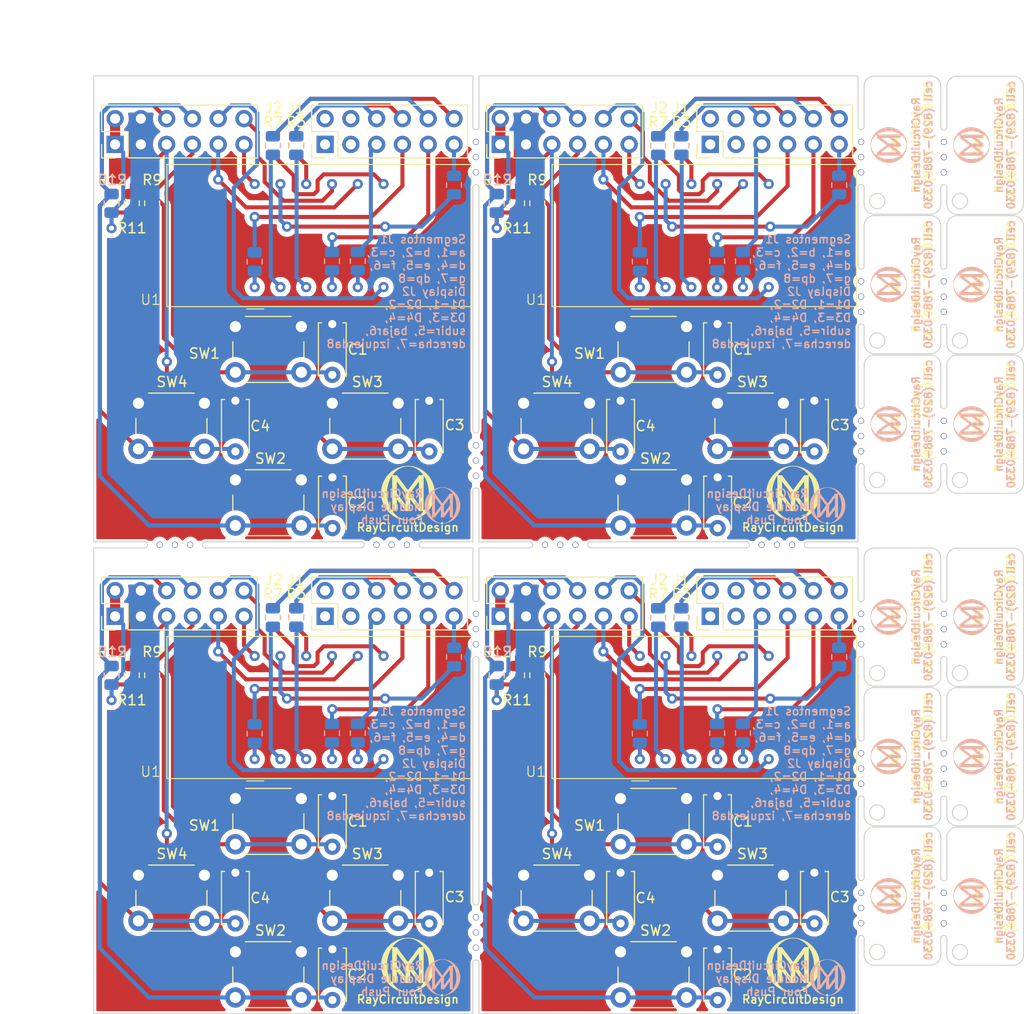
<source format=kicad_pcb>
(kicad_pcb (version 20221018) (generator pcbnew)
  (layers (0 "F.Cu" signal) (31 "B.Cu" signal) (34 "B.Paste" user) (35 "F.Paste" user) (36 "B.SilkS" user "B.Silkscreen") (37 "F.SilkS" user "F.Silkscreen") (38 "B.Mask" user) (39 "F.Mask" user) (44 "Edge.Cuts" user))
  (net 0 "")
  (net 1 "subir")
  (net 2 "GND")
  (net 3 "bajar")
  (net 4 "derecha")
  (net 5 "izquierda")
  (net 10 "Net-(J1-Pin_5)")
  (net 11 "Net-(J1-Pin_6)")
  (net 12 "Net-(J1-Pin_7)")
  (net 13 "Net-(J1-Pin_8)")
  (net 14 "Net-(J1-Pin_9)")
  (net 15 "Net-(J1-Pin_10)")
  (net 16 "Net-(J1-Pin_11)")
  (net 17 "Net-(J1-Pin_12)")
  (net 18 "VDD")
  (net 19 "Net-(J2-Pin_9)")
  (net 20 "Net-(J2-Pin_10)")
  (net 21 "Net-(J2-Pin_11)")
  (net 22 "Net-(J2-Pin_12)")
  (net 23 "Net-(U1-DPX)")
  (net 24 "Net-(U1-g)")
  (net 25 "Net-(U1-f)")
  (net 26 "Net-(U1-e)")
  (net 27 "Net-(U1-d)")
  (net 28 "Net-(U1-c)")
  (net 29 "Net-(U1-b)")
  (net 30 "Net-(U1-a)")
  (footprint "nuevo simbolo:SEPARADOR" (layer "F.Cu") (at 177.695048 93.75005 90)
    (fp_text reference "REF**" hide)
    (fp_text value "SEPARADOR" hide)
    (fp_arc (start -3 -0.3) (mid -2.7 0) (end -3 0.3) (stroke (width 0.1)) (layer "Edge.Cuts"))
    (fp_arc (start 3 0.3) (mid 2.7 0) (end 3 -0.3) (stroke (width 0.1)) (layer "Edge.Cuts"))
  )
  (footprint "Resistor_SMD:R_0805_2012Metric" (layer "F.Cu") (at 137.645 98.29 90)
    (fp_text reference "R9")
    (fp_text value "R" hide)
  )
  (footprint "Connector_PinHeader_2.54mm:PinHeader_2x06_P2.54mm_Vertical" (layer "F.Cu") (at 116.735 45.99 90)
    (fp_text reference "J1")
    (fp_text value "Screw_Terminal_01x12" hide)
  )
  (footprint "nuevo simbolo:SEPARADOR" (layer "F.Cu") (at 177.695048 74.73005 90)
    (fp_text reference "REF**" hide)
    (fp_text value "SEPARADOR" hide)
    (fp_arc (start -3 -0.3) (mid -2.7 0) (end -3 0.3) (stroke (width 0.1)) (layer "Edge.Cuts"))
    (fp_arc (start 3 0.3) (mid 2.7 0) (end 3 -0.3) (stroke (width 0.1)) (layer "Edge.Cuts"))
  )
  (footprint "wao:logo v2" (layer "F.Cu") (at 162.845 80.34)
    (fp_text reference "G***" hide)
    (fp_text value "LOGO" hide)
  )
  (footprint "nuevo simbolo:SEPARADOR" (layer "F.Cu") (at 177.695048 60.99005 90)
    (fp_text reference "REF**" hide)
    (fp_text value "SEPARADOR" hide)
    (fp_arc (start -3 -0.3) (mid -2.7 0) (end -3 0.3) (stroke (width 0.1)) (layer "Edge.Cuts"))
    (fp_arc (start 3 0.3) (mid 2.7 0) (end 3 -0.3) (stroke (width 0.1)) (layer "Edge.Cuts"))
  )
  (footprint "nuevo simbolo:SEPARADOR" (layer "F.Cu") (at 169.545 93.74 90)
    (fp_text reference "REF**" hide)
    (fp_text value "SEPARADOR" hide)
    (fp_arc (start -3 -0.3) (mid -2.7 0) (end -3 0.3) (stroke (width 0.1)) (layer "Edge.Cuts"))
    (fp_arc (start 3 0.3) (mid 2.7 0) (end 3 -0.3) (stroke (width 0.1)) (layer "Edge.Cuts"))
  )
  (footprint "nuevo simbolo:SEPARADOR" (layer "F.Cu") (at 161.245 85.44 180)
    (fp_text reference "REF**" hide)
    (fp_text value "SEPARADOR" hide)
    (fp_arc (start -3 -0.3) (mid -2.7 0) (end -3 0.3) (stroke (width 0.1)) (layer "Edge.Cuts"))
    (fp_arc (start 3 0.3) (mid 2.7 0) (end 3 -0.3) (stroke (width 0.1)) (layer "Edge.Cuts"))
  )
  (footprint "nuevo simbolo:SEPARADOR" (layer "F.Cu") (at 177.695048 121.23005 90)
    (fp_text reference "REF**" hide)
    (fp_text value "SEPARADOR" hide)
    (fp_arc (start -3 -0.3) (mid -2.7 0) (end -3 0.3) (stroke (width 0.1)) (layer "Edge.Cuts"))
    (fp_arc (start 3 0.3) (mid 2.7 0) (end 3 -0.3) (stroke (width 0.1)) (layer "Edge.Cuts"))
  )
  (footprint "Resistor_SMD:R_0805_2012Metric" (layer "F.Cu") (at 99.695 51.79 90)
    (fp_text reference "R9")
    (fp_text value "R" hide)
  )
  (footprint "Button_Switch_THT:SW_PUSH_6mm" (layer "F.Cu") (at 107.895 63.94)
    (fp_text reference "SW1")
    (fp_text value "SW_Push" hide)
  )
  (footprint "Resistor_SMD:R_0805_2012Metric" (layer "F.Cu") (at 151.845 92.6025 -90)
    (fp_text reference "R3")
    (fp_text value "330" hide)
  )
  (footprint "Capacitor_THT:C_Disc_D5.0mm_W2.5mm_P5.00mm" (layer "F.Cu") (at 155.4075 83.79 90)
    (fp_text reference "C2")
    (fp_text value "C" hide)
  )
  (footprint "Resistor_SMD:R_0805_2012Metric" (layer "F.Cu") (at 149.545 46.1025 -90)
    (fp_text reference "R7")
    (fp_text value "330" hide)
  )
  (footprint "Button_Switch_THT:SW_PUSH_6mm" (layer "F.Cu") (at 145.845 79.04)
    (fp_text reference "SW2")
    (fp_text value "SW_Push" hide)
  )
  (footprint "Resistor_SMD:R_0805_2012Metric" (layer "F.Cu") (at 113.895 46.1025 -90)
    (fp_text reference "R3")
    (fp_text value "330" hide)
  )
  (footprint "Button_Switch_THT:SW_PUSH_6mm" (layer "F.Cu") (at 145.845 63.94)
    (fp_text reference "SW1")
    (fp_text value "SW_Push" hide)
  )
  (footprint "Button_Switch_THT:SW_PUSH_6mm" (layer "F.Cu") (at 136.295 117.99)
    (fp_text reference "SW4")
    (fp_text value "SW_Push" hide)
  )
  (footprint "Connector_PinHeader_2.54mm:PinHeader_2x06_P2.54mm_Vertical" (layer "F.Cu") (at 96.045 45.99 90)
    (fp_text reference "J2")
    (fp_text value "Screw_Terminal_01x12" hide)
  )
  (footprint "nuevo simbolo:SEPARADOR" (layer "F.Cu") (at 131.595 77.14 90)
    (fp_text reference "REF**" hide)
    (fp_text value "SEPARADOR" hide)
    (fp_arc (start -3 -0.3) (mid -2.7 0) (end -3 0.3) (stroke (width 0.1)) (layer "Edge.Cuts"))
    (fp_arc (start 3 0.3) (mid 2.7 0) (end 3 -0.3) (stroke (width 0.1)) (layer "Edge.Cuts"))
  )
  (footprint "nuevo simbolo:SEPARADOR" (layer "F.Cu") (at 169.545 47.24 90)
    (fp_text reference "REF**" hide)
    (fp_text value "SEPARADOR" hide)
    (fp_arc (start -3 -0.3) (mid -2.7 0) (end -3 0.3) (stroke (width 0.1)) (layer "Edge.Cuts"))
    (fp_arc (start 3 0.3) (mid 2.7 0) (end 3 -0.3) (stroke (width 0.1)) (layer "Edge.Cuts"))
  )
  (footprint "Resistor_SMD:R_0805_2012Metric" (layer "F.Cu") (at 97.695 51.79 90)
    (fp_text reference "R11")
    (fp_text value "R" hide)
  )
  (footprint "Resistor_SMD:R_0805_2012Metric" (layer "F.Cu") (at 135.645 98.29 90)
    (fp_text reference "R11")
    (fp_text value "R" hide)
  )
  (footprint "wao:logo 3" (layer "F.Cu") (at 172.275049 120.048657 90)
    (fp_text reference "G***" hide)
    (fp_text value "LOGO" hide)
  )
  (footprint "Capacitor_THT:C_Disc_D5.0mm_W2.5mm_P5.00mm" (layer "F.Cu") (at 155.4075 130.29 90)
    (fp_text reference "C2")
    (fp_text value "C" hide)
  )
  (footprint "Capacitor_THT:C_Disc_D5.0mm_W2.5mm_P5.00mm" (layer "F.Cu") (at 126.995 122.74 90)
    (fp_text reference "C3")
    (fp_text value "C" hide)
  )
  (footprint "Button_Switch_THT:SW_PUSH_6mm" (layer "F.Cu") (at 107.895 110.44)
    (fp_text reference "SW1")
    (fp_text value "SW_Push" hide)
  )
  (footprint "Capacitor_THT:C_Disc_D5.0mm_W2.5mm_P5.00mm" (layer "F.Cu") (at 126.995 76.24 90)
    (fp_text reference "C3")
    (fp_text value "C" hide)
  )
  (footprint "nuevo simbolo:SEPARADOR" (layer "F.Cu") (at 169.545 60.98 90)
    (fp_text reference "REF**" hide)
    (fp_text value "SEPARADOR" hide)
    (fp_arc (start -3 -0.3) (mid -2.7 0) (end -3 0.3) (stroke (width 0.1)) (layer "Edge.Cuts"))
    (fp_arc (start 3 0.3) (mid 2.7 0) (end 3 -0.3) (stroke (width 0.1)) (layer "Edge.Cuts"))
  )
  (footprint "Connector_PinHeader_2.54mm:PinHeader_2x06_P2.54mm_Vertical" (layer "F.Cu") (at 154.685 92.49 90)
    (fp_text reference "J1")
    (fp_text value "Screw_Terminal_01x12" hide)
  )
  (footprint "Resistor_SMD:R_0805_2012Metric" (layer "F.Cu") (at 113.895 92.6025 -90)
    (fp_text reference "R3")
    (fp_text value "330" hide)
  )
  (footprint "Capacitor_THT:C_Disc_D5.0mm_W2.5mm_P5.00mm" (layer "F.Cu") (at 117.445 68.69 90)
    (fp_text reference "C1")
    (fp_text value "C" hide)
  )
  (footprint "Button_Switch_THT:SW_PUSH_6mm" (layer "F.Cu") (at 136.295 71.49)
    (fp_text reference "SW4")
    (fp_text value "SW_Push" hide)
  )
  (footprint "wao:logo 3" (layer "F.Cu") (at 172.275049 92.568657 90)
    (fp_text reference "G***" hide)
    (fp_text value "LOGO" hide)
  )
  (footprint "huellas_extras:DISPLAY_CHORT" (layer "F.Cu") (at 147.745 106.55)
    (fp_text reference "U1")
    (fp_text value "CA56-12CGKWA" hide)
  )
  (footprint "nuevo simbolo:SEPARADOR" (layer "F.Cu") (at 123.295 85.44 180)
    (fp_text reference "REF**" hide)
    (fp_text value "SEPARADOR" hide)
    (fp_arc (start -3 -0.3) (mid -2.7 0) (end -3 0.3) (stroke (width 0.1)) (layer "Edge.Cuts"))
    (fp_arc (start 3 0.3) (mid 2.7 0) (end 3 -0.3) (stroke (width 0.1)) (layer "Edge.Cuts"))
  )
  (footprint "Button_Switch_THT:SW_PUSH_6mm" (layer "F.Cu") (at 107.895 79.04)
    (fp_text reference "SW2")
    (fp_text value "SW_Push" hide)
  )
  (footprint "nuevo simbolo:SEPARADOR" (layer "F.Cu") (at 177.695048 107.49005 90)
    (fp_text reference "REF**" hide)
    (fp_text value "SEPARADOR" hide)
    (fp_arc (start -3 -0.3) (mid -2.7 0) (end -3 0.3) (stroke (width 0.1)) (layer "Edge.Cuts"))
    (fp_arc (start 3 0.3) (mid 2.7 0) (end 3 -0.3) (stroke (width 0.1)) (layer "Edge.Cuts"))
  )
  (footprint "Resistor_SMD:R_0805_2012Metric" (layer "F.Cu") (at 149.545 92.6025 -90)
    (fp_text reference "R7")
    (fp_text value "330" hide)
  )
  (footprint "Resistor_SMD:R_0805_2012Metric" (layer "F.Cu") (at 99.695 98.29 90)
    (fp_text reference "R9")
    (fp_text value "R" hide)
  )
  (footprint "Connector_PinHeader_2.54mm:PinHeader_2x06_P2.54mm_Vertical" (layer "F.Cu") (at 96.045 92.49 90)
    (fp_text reference "J2")
    (fp_text value "Screw_Terminal_01x12" hide)
  )
  (footprint "Button_Switch_THT:SW_PUSH_6mm" (layer "F.Cu") (at 117.445 117.99)
    (fp_text reference "SW3")
    (fp_text value "SW_Push" hide)
  )
  (footprint "Connector_PinHeader_2.54mm:PinHeader_2x06_P2.54mm_Vertical" (layer "F.Cu") (at 133.995 45.99 90)
    (fp_text reference "J2")
    (fp_text value "Screw_Terminal_01x12" hide)
  )
  (footprint "Capacitor_THT:C_Disc_D5.0mm_W2.5mm_P5.00mm" (layer "F.Cu") (at 145.845 122.74 90)
    (fp_text reference "C4")
    (fp_text value "C" hide)
  )
  (footprint "Resistor_SMD:R_0805_2012Metric" (layer "F.Cu") (at 111.595 92.6025 -90)
    (fp_text reference "R7")
    (fp_text value "330" hide)
  )
  (footprint "wao:logo 3" (layer "F.Cu") (at 180.425097 59.818707 90)
    (fp_text reference "G***" hide)
    (fp_text value "LOGO" hide)
  )
  (footprint "Capacitor_THT:C_Disc_D5.0mm_W2.5mm_P5.00mm" (layer "F.Cu") (at 117.445 115.19 90)
    (fp_text reference "C1")
    (fp_text value "C" hide)
  )
  (footprint "Capacitor_THT:C_Disc_D5.0mm_W2.5mm_P5.00mm" (layer "F.Cu") (at 117.4575 83.79 90)
    (fp_text reference "C2")
    (fp_text value "C" hide)
  )
  (footprint "Resistor_SMD:R_0805_2012Metric" (layer "F.Cu") (at 133.645 98.29 90)
    (fp_text reference "R12")
    (fp_text value "R" hide)
  )
  (footprint "Resistor_SMD:R_0805_2012Metric" (layer "F.Cu") (at 135.645 51.79 90)
    (fp_text reference "R11")
    (fp_text value "R" hide)
  )
  (footprint "wao:logo 3" (layer "F.Cu") (at 180.425097 73.558707 90)
    (fp_text reference "G***" hide)
    (fp_text value "LOGO" hide)
  )
  (footprint "nuevo simbolo:SEPARADOR" (layer "F.Cu") (at 169.545 121.22 90)
    (fp_text reference "REF**" hide)
    (fp_text value "SEPARADOR" hide)
    (fp_arc (start -3 -0.3) (mid -2.7 0) (end -3 0.3) (stroke (width 0.1)) (layer "Edge.Cuts"))
    (fp_arc (start 3 0.3) (mid 2.7 0) (end 3 -0.3) (stroke (width 0.1)) (layer "Edge.Cuts"))
  )
  (footprint "Capacitor_THT:C_Disc_D5.0mm_W2.5mm_P5.00mm" (layer "F.Cu") (at 107.895 76.24 90)
    (fp_text reference "C4")
    (fp_text value "C" hide)
  )
  (footprint "nuevo simbolo:SEPARADOR" (layer "F.Cu") (at 169.545 107.48 90)
    (fp_text reference "REF**" hide)
    (fp_text value "SEPARADOR" hide)
    (fp_arc (start -3 -0.3) (mid -2.7 0) (end -3 0.3) (stroke (width 0.1)) (layer "Edge.Cuts"))
    (fp_arc (start 3 0.3) (mid 2.7 0) (end 3 -0.3) (stroke (width 0.1)) (layer "Edge.Cuts"))
  )
  (footprint "Capacitor_THT:C_Disc_D5.0mm_W2.5mm_P5.00mm" (layer "F.Cu") (at 164.945 76.24 90)
    (fp_text reference "C3")
    (fp_text value "C" hide)
  )
  (footprint "Capacitor_THT:C_Disc_D5.0mm_W2.5mm_P5.00mm" (layer "F.Cu") (at 155.395 68.69 90)
    (fp_text reference "C1")
    (fp_text value "C" hide)
  )
  (footprint "Capacitor_THT:C_Disc_D5.0mm_W2.5mm_P5.00mm" (layer "F.Cu") (at 117.4575 130.29 90)
    (fp_text reference "C2")
    (fp_text value "C" hide)
  )
  (footprint "Resistor_SMD:R_0805_2012Metric" (layer "F.Cu") (at 151.845 46.1025 -90)
    (fp_text reference "R3")
    (fp_text value "330" hide)
  )
  (footprint "Resistor_SMD:R_0805_2012Metric" (layer "F.Cu") (at 111.595 46.1025 -90)
    (fp_text reference "R7")
    (fp_text value "330" hide)
  )
  (footprint "Button_Switch_THT:SW_PUSH_6mm" (layer "F.Cu") (at 155.395 71.49)
    (fp_text reference "SW3")
    (fp_text value "SW_Push" hide)
  )
  (footprint "nuevo simbolo:SEPARADOR" (layer "F.Cu") (at 131.595 47.24 90)
    (fp_text reference "REF**" hide)
    (fp_text value "SEPARADOR" hide)
    (fp_arc (start -3 -0.3) (mid -2.7 0) (end -3 0.3) (stroke (width 0.1)) (layer "Edge.Cuts"))
    (fp_arc (start 3 0.3) (mid 2.7 0) (end 3 -0.3) (stroke (width 0.1)) (layer "Edge.Cuts"))
  )
  (footprint "Capacitor_THT:C_Disc_D5.0mm_W2.5mm_P5.00mm" (layer "F.Cu") (at 145.845 76.24 90)
    (fp_text reference "C4")
    (fp_text value "C" hide)
  )
  (footprint "Capacitor_THT:C_Disc_D5.0mm_W2.5mm_P5.00mm" (layer "F.Cu") (at 155.395 115.19 90)
    (fp_text reference "C1")
    (fp_text value "C" hide)
  )
  (footprint "huellas_extras:DISPLAY_CHORT" (layer "F.Cu") (at 147.745 60.05)
    (fp_text reference "U1")
    (fp_text value "CA56-12CGKWA" hide)
  )
  (footprint "Button_Switch_THT:SW_PUSH_6mm" (layer "F.Cu") (at 107.895 125.54)
    (fp_text reference "SW2")
    (fp_text value "SW_Push" hide)
  )
  (footprint "Button_Switch_THT:SW_PUSH_6mm" (layer "F.Cu") (at 98.345 71.49)
    (fp_text reference "SW4")
    (fp_text value "SW_Push" hide)
  )
  (footprint "Button_Switch_THT:SW_PUSH_6mm" (layer "F.Cu") (at 98.345 117.99)
    (fp_text reference "SW4")
    (fp_text value "SW_Push" hide)
  )
  (footprint "wao:logo 3" (layer "F.Cu") (at 172.275049 106.308657 90)
    (fp_text reference "G***" hide)
    (fp_text value "LOGO" hide)
  )
  (footprint "wao:logo 3" (layer "F.Cu") (at 180.425097 106.318707 90)
    (fp_text reference "G***" hide)
    (fp_text value "LOGO" hide)
  )
  (footprint "Resistor_SMD:R_0805_2012Metric" (layer "F.Cu") (at 133.645 51.79 90)
    (fp_text reference "R12")
    (fp_text value "R" hide)
  )
  (footprint "nuevo simbolo:SEPARADOR" (layer "F.Cu") (at 131.595 93.74 90)
    (fp_text reference "REF**" hide)
    (fp_text value "SEPARADOR" hide)
    (fp_arc (start -3 -0.3) (mid -2.7 0) (end -3 0.3) (stroke (width 0.1)) (layer "Edge.Cuts"))
    (fp_arc (start 3 0.3) (mid 2.7 0) (end 3 -0.3) (stroke (width 0.1)) (layer "Edge.Cuts"))
  )
  (footprint "Button_Switch_THT:SW_PUSH_6mm" (layer "F.Cu") (at 145.845 110.44)
    (fp_text reference "SW1")
    (fp_text value "SW_Push" hide)
  )
  (footprint "nuevo simbolo:SEPARADOR" (layer "F.Cu") (at 139.895 85.44 180)
    (fp_text reference "REF**" hide)
    (fp_text value "SEPARADOR" hide)
    (fp_arc (start -3 -0.3) (mid -2.7 0) (end -3 0.3) (stroke (width 0.1)) (layer "Edge.Cuts"))
    (fp_arc (start 3 0.3) (mid 2.7 0) (end 3 -0.3) (stroke (width 0.1)) (layer "Edge.Cuts"))
  )
  (footprint "wao:logo v2" (layer "F.Cu") (at 124.895 126.84)
    (fp_text reference "G***" hide)
    (fp_text value "LOGO" hide)
  )
  (footprint "Connector_PinHeader_2.54mm:PinHeader_2x06_P2.54mm_Vertical" (layer "F.Cu") (at 133.995 92.49 90)
    (fp_text reference "J2")
    (fp_text value "Screw_Terminal_01x12" hide)
  )
  (footprint "wao:logo 3" (layer "F.Cu") (at 180.425097 120.058707 90)
    (fp_text reference "G***" hide)
    (fp_text value "LOGO" hide)
  )
  (footprint "huellas_extras:DISPLAY_CHORT" (layer "F.Cu") (at 109.795 106.55)
    (fp_text reference "U1")
    (fp_text value "CA56-12CGKWA" hide)
  )
  (footprint "Connector_PinHeader_2.54mm:PinHeader_2x06_P2.54mm_Vertical" (layer "F.Cu") (at 116.735 92.49 90)
    (fp_text reference "J1")
    (fp_text value "Screw_Terminal_01x12" hide)
  )
  (footprint "wao:logo v2" (layer "F.Cu") (at 162.845 126.84)
    (fp_text reference "G***" hide)
    (fp_text value "LOGO" hide)
  )
  (footprint "Button_Switch_THT:SW_PUSH_6mm" (layer "F.Cu") (at 155.395 117.99)
    (fp_text reference "SW3")
    (fp_text value "SW_Push" hide)
  )
  (footprint "wao:logo 3" (layer "F.Cu") (at 172.275049 73.548657 90)
    (fp_text reference "G***" hide)
    (fp_text value "LOGO" hide)
  )
  (footprint "Resistor_SMD:R_0805_2012Metric" (layer "F.Cu") (at 95.695 98.29 90)
    (fp_text reference "R12")
    (fp_text value "R" hide)
  )
  (footprint "wao:logo 3" (layer "F.Cu") (at 180.425097 46.078707 90)
    (fp_text reference "G***" hide)
    (fp_text value "LOGO" hide)
  )
  (footprint "nuevo simbolo:SEPARADOR" (layer "F.Cu") (at 131.595 123.64 90)
    (fp_text reference "REF**" hide)
    (fp_text value "SEPARADOR" hide)
    (fp_arc (start -3 -0.3) (mid -2.7 0) (end -3 0.3) (stroke (width 0.1)) (layer "Edge.Cuts"))
    (fp_arc (start 3 0.3) (mid 2.7 0) (end 3 -0.3) (stroke (width 0.1)) (layer "Edge.Cuts"))
  )
  (footprint "Capacitor_THT:C_Disc_D5.0mm_W2.5mm_P5.00mm" (layer "F.Cu") (at 164.945 122.74 90)
    (fp_text reference "C3")
    (fp_text value "C" hide)
  )
  (footprint "nuevo simbolo:SEPARADOR" (layer "F.Cu") (at 101.945 85.44 180)
    (fp_text reference "REF**" hide)
    (fp_text value "SEPARADOR" hide)
    (fp_arc (start -3 -0.3) (mid -2.7 0) (end -3 0.3) (stroke (width 0.1)) (layer "Edge.Cuts"))
    (fp_arc (start 3 0.3) (mid 2.7 0) (end 3 -0.3) (stroke (width 0.1)) (layer "Edge.Cuts"))
  )
  (footprint "nuevo simbolo:SEPARADOR" (layer "F.Cu") (at 169.545 74.72 90)
    (fp_text reference "REF**" hide)
    (fp_text value "SEPARADOR" hide)
    (fp_arc (start -3 -0.3) (mid -2.7 0) (end -3 0.3) (stroke (width 0.1)) (layer "Edge.Cuts"))
    (fp_arc (start 3 0.3) (mid 2.7 0) (end 3 -0.3) (stroke (width 0.1)) (layer "Edge.Cuts"))
  )
  (footprint "Resistor_SMD:R_0805_2012Metric" (layer "F.Cu") (at 95.695 51.79 90)
    (fp_text reference "R12")
    (fp_text value "R" hide)
  )
  (footprint "Resistor_SMD:R_0805_2012Metric" (layer "F.Cu") (at 137.645 51.79 90)
    (fp_text reference "R9")
    (fp_text value "R" hide)
  )
  (footprint "Button_Switch_THT:SW_PUSH_6mm" (layer "F.Cu") (at 117.445 71.49)
    (fp_text reference "SW3")
    (fp_text value "SW_Push" hide)
  )
  (footprint "wao:logo 3" (layer "F.Cu") (at 172.275049 59.808657 90)
    (fp_text reference "G***" hide)
    (fp_text value "LOGO" hide)
  )
  (footprint "Button_Switch_THT:SW_PUSH_6mm" (layer "F.Cu") (at 145.845 125.54)
    (fp_text reference "SW2")
    (fp_text value "SW_Push" hide)
  )
  (footprint "huellas_extras:DISPLAY_CHORT" (layer "F.Cu") (at 109.795 60.05)
    (fp_text reference "U1")
    (fp_text value "CA56-12CGKWA" hide)
  )
  (footprint "wao:logo 3" (layer "F.Cu") (at 172.275049 46.068657 90)
    (fp_text reference "G***" hide)
    (fp_text value "LOGO" hide)
  )
  (footprint "Connector_PinHeader_2.54mm:PinHeader_2x06_P2.54mm_Vertical" (layer "F.Cu") (at 154.685 45.99 90)
    (fp_text reference "J1")
    (fp_text value "Screw_Terminal_01x12" hide)
  )
  (footprint "Resistor_SMD:R_0805_2012Metric" (layer "F.Cu") (at 97.695 98.29 90)
    (fp_text reference "R11")
    (fp_text value "R" hide)
  )
  (footprint "Capacitor_THT:C_Disc_D5.0mm_W2.5mm_P5.00mm" (layer "F.Cu") (at 107.895 122.74 90)
    (fp_text reference "C4")
    (fp_text value "C" hide)
  )
  (footprint "wao:logo 3" (layer "F.Cu") (at 180.425097 92.578707 90)
    (fp_text reference "G***" hide)
    (fp_text value "LOGO" hide)
  )
  (footprint "nuevo simbolo:SEPARADOR" (layer "F.Cu") (at 177.695048 47.25005 90)
    (fp_text reference "REF**" hide)
    (fp_text value "SEPARADOR" hide)
    (fp_arc (start -3 -0.3) (mid -2.7 0) (end -3 0.3) (stroke (width 0.1)) (layer "Edge.Cuts"))
    (fp_arc (start 3 0.3) (mid 2.7 0) (end 3 -0.3) (stroke (width 0.1)) (layer "Edge.Cuts"))
  )
  (footprint "wao:logo v2" (layer "F.Cu") (at 124.895 80.34)
    (fp_text reference "G***" hide)
    (fp_text value "LOGO" hide)
  )
  (footprint "wao:logo 3" (layer "B.Cu") (at 180.415097 59.801395 -90)
    (fp_text reference "G***" hide)
    (fp_text value "LOGO" hide)
  )
  (footprint "Resistor_SMD:R_0805_2012Metric" (layer "B.Cu") (at 149.545 46.1025 -90)
    (fp_text reference "R5" hide)
    (fp_text value "330" hide)
  )
  (footprint "wao:logo 3" (layer "B.Cu") (at 172.265049 106.291345 -90)
    (fp_text reference "G***" hide)
    (fp_text value "LOGO" hide)
  )
  (footprint "wao:logo 3" (layer "B.Cu") (at 172.265049 73.531345 -90)
    (fp_text reference "G***" hide)
    (fp_text value "LOGO" hide)
  )
  (footprint "wao:logo 3" (layer "B.Cu") (at 172.265049 59.791345 -90)
    (fp_text reference "G***" hide)
    (fp_text value "LOGO" hide)
  )
  (footprint "Resistor_SMD:R_0805_2012Metric" (layer "B.Cu") (at 147.745 57.54 -90)
    (fp_text reference "R4" hide)
    (fp_text value "330" hide)
  )
  (footprint "wao:logo 3" (layer "B.Cu") (at 128.295 128.059048 180)
    (fp_text reference "G***" hide)
    (fp_text value "LOGO" hide)
  )
  (footprint "Resistor_SMD:R_0805_2012Metric" (layer "B.Cu") (at 109.795 104.04 -90)
    (fp_text reference "R4" hide)
    (fp_text value "330" hide)
  )
  (footprint "wao:logo 3" (layer "B.Cu") (at 180.415097 92.561395 -90)
    (fp_text reference "G***" hide)
    (fp_text value "LOGO" hide)
  )
  (footprint "Resistor_SMD:R_0805_2012Metric" (layer "B.Cu") (at 133.645 98.29 90)
    (fp_text reference "R10")
    (fp_text value "R" hide)
  )
  (footprint "Resistor_SMD:R_0805_2012Metric" (layer "B.Cu") (at 113.895 92.59 -90)
    (fp_text reference "R1" hide)
    (fp_text value "330" hide)
  )
  (footprint "wao:logo 3" (layer "B.Cu") (at 180.415097 106.301395 -90)
    (fp_text reference "G***" hide)
    (fp_text value "LOGO" hide)
  )
  (footprint "wao:logo 3" (layer "B.Cu") (at 172.265049 92.551345 -90)
    (fp_text reference "G***" hide)
    (fp_text value "LOGO" hide)
  )
  (footprint "Resistor_SMD:R_0805_2012Metric" (layer "B.Cu") (at 119.955 103.99 -90)
    (fp_text reference "R2" hide)
    (fp_text value "330" hide)
  )
  (footprint "wao:logo 3" (layer "B.Cu") (at 172.265049 120.031345 -90)
    (fp_text reference "G***" hide)
    (fp_text value "LOGO" hide)
  )
  (footprint "Resistor_SMD:R_0805_2012Metric" (layer "B.Cu") (at 151.845 46.09 -90)
    (fp_text reference "R1" hide)
    (fp_text value "330" hide)
  )
  (footprint "Resistor_SMD:R_0805_2012Metric" (layer "B.Cu") (at 119.955 57.49 -90)
    (fp_text reference "R2" hide)
    (fp_text value "330" hide)
  )
  (footprint "Resistor_SMD:R_0805_2012Metric" (layer "B.Cu") (at 133.645 51.79 90)
    (fp_text reference "R10")
    (fp_text value "R" hide)
  )
  (footprint "wao:logo 3" (layer "B.Cu") (at 180.415097 120.041395 -90)
    (fp_text reference "G***" hide)
    (fp_text value "LOGO" hide)
  )
  (footprint "wao:logo 3" (layer "B.Cu") (at 166.245 128.059048 180)
    (fp_text reference "G***" hide)
    (fp_text value "LOGO" hide)
  )
  (footprint "Resistor_SMD:R_0805_2012Metric" (layer "B.Cu") (at 117.415 57.49 -90)
    (fp_text reference "R6" hide)
    (fp_text value "330" hide)
  )
  (footprint "Resistor_SMD:R_0805_2012Metric" (layer "B.Cu") (at 167.385 96.49 -90)
    (fp_text reference "R8" hide)
    (fp_text value "330" hide)
  )
  (footprint "Resistor_SMD:R_0805_2012Metric" (layer "B.Cu") (at 149.545 92.6025 -90)
    (fp_text reference "R5" hide)
    (fp_text value "330" hide)
  )
  (footprint "Resistor_SMD:R_0805_2012Metric" (layer "B.Cu") (at 157.905 103.99 -90)
    (fp_text reference "R2" hide)
    (fp_text value "330" hide)
  )
  (footprint "Resistor_SMD:R_0805_2012Metric" (layer "B.Cu") (at 147.745 104.04 -90)
    (fp_text reference "R4" hide)
    (fp_text value "330" hide)
  )
  (footprint "Resistor_SMD:R_0805_2012Metric" (layer "B.Cu") (at 95.695 98.29 90)
    (fp_text reference "R10")
    (fp_text value "R" hide)
  )
  (footprint "Resistor_SMD:R_0805_2012Metric" (layer "B.Cu") (at 113.895 46.09 -90)
    (fp_text reference "R1" hide)
    (fp_text value "330" hide)
  )
  (footprint "Resistor_SMD:R_0805_2012Metric" (layer "B.Cu") (at 155.365 57.49 -90)
    (fp_text reference "R6" hide)
    (fp_text value "330" hide)
  )
  (footprint "Resistor_SMD:R_0805_2012Metric" (layer "B.Cu") (at 157.905 57.49 -90)
    (fp_text reference "R2" hide)
    (fp_text value "330" hide)
  )
  (footprint "Resistor_SMD:R_0805_2012Metric" (layer "B.Cu") (at 117.415 103.99 -90)
    (fp_text reference "R6" hide)
    (fp_text value "330" hide)
  )
  (footprint "Resistor_SMD:R_0805_2012Metric" (layer "B.Cu") (at 95.695 51.79 90)
    (fp_text reference "R10")
    (fp_text value "R" hide)
  )
  (footprint "Resistor_SMD:R_0805_2012Metric" (layer "B.Cu") (at 129.435 96.49 -90)
    (fp_text reference "R8" hide)
    (fp_text value "330" hide)
  )
  (footprint "wao:logo 3" (layer "B.Cu") (at 166.245 81.559048 180)
    (fp_text reference "G***" hide)
    (fp_text value "LOGO" hide)
  )
  (footprint "wao:logo 3" (layer "B.Cu") (at 172.265049 46.051345 -90)
    (fp_text reference "G***" hide)
    (fp_text value "LOGO" hide)
  )
  (footprint "wao:logo 3" (layer "B.Cu") (at 128.295 81.559048 180)
    (fp_text reference "G***" hide)
    (fp_text value "LOGO" hide)
  )
  (footprint "Resistor_SMD:R_0805_2012Metric" (layer "B.Cu") (at 155.365 103.99 -90)
    (fp_text reference "R6" hide)
    (fp_text value "330" hide)
  )
  (footprint "Resistor_SMD:R_0805_2012Metric" (layer "B.Cu") (at 151.845 92.59 -90)
    (fp_text reference "R1" hide)
    (fp_text value "330" hide)
  )
  (footprint "Resistor_SMD:R_0805_2012Metric" (layer "B.Cu") (at 167.385 49.99 -90)
    (fp_text reference "R8" hide)
    (fp_text value "330" hide)
  )
  (footprint "Resistor_SMD:R_0805_2012Metric" (layer "B.Cu") (at 129.435 49.99 -90)
    (fp_text reference "R8" hide)
    (fp_text value "330" hide)
  )
  (footprint "Resistor_SMD:R_0805_2012Metric" (layer "B.Cu") (at 111.595 92.6025 -90)
    (fp_text reference "R5" hide)
    (fp_text value "330" hide)
  )
  (footprint "Resistor_SMD:R_0805_2012Metric" (layer "B.Cu") (at 109.795 57.54 -90)
    (fp_text reference "R4" hide)
    (fp_text value "330" hide)
  )
  (footprint "wao:logo 3" (layer "B.Cu") (at 180.415097 73.541395 -90)
    (fp_text reference "G***" hide)
    (fp_text value "LOGO" hide)
  )
  (footprint "wao:logo 3" (layer "B.Cu") (at 180.415097 46.061395 -90)
    (fp_text reference "G***" hide)
    (fp_text value "LOGO" hide)
  )
  (footprint "Resistor_SMD:R_0805_2012Metric" (layer "B.Cu") (at 111.595 46.1025 -90)
    (fp_text reference "R5" hide)
    (fp_text value "330" hide)
  )
  (gr_line (start 169.845 110.48) (end 169.845049 112.099952) (stroke (width 0.1)) (layer "Edge.Cuts"))
  (gr_line (start 169.245 39.24) (end 169.245 44.24) (stroke (width 0.1)) (layer "Edge.Cuts"))
  (gr_arc (start 177.395049 79.350002) (mid 177.098588 80.06066) (end 176.385 80.350001) (stroke (width 0.1)) (layer "Edge.Cuts"))
  (gr_line (start 93.945 39.24) (end 131.295 39.24) (stroke (width 0.1)) (layer "Edge.Cuts"))
  (gr_circle (center 171.135049 98.070001) (end 170.385049 98.060001) (stroke (width 0.1)) (fill none) (layer "Edge.Cuts"))
  (gr_line (start 131.895 85.74) (end 136.895 85.74) (stroke (width 0.1)) (layer "Edge.Cuts"))
  (gr_circle (center 179.285097 65.320051) (end 178.535097 65.310051) (stroke (width 0.1)) (fill none) (layer "Edge.Cuts"))
  (gr_arc (start 177.995048 86.77005) (mid 178.291504 86.059386) (end 179.005097 85.770051) (stroke (width 0.1)) (layer "Edge.Cuts"))
  (gr_arc (start 177.995048 114.25005) (mid 178.291504 113.539386) (end 179.005097 113.250051) (stroke (width 0.1)) (layer "Edge.Cuts"))
  (gr_line (start 169.845 124.22) (end 169.845049 125.839952) (stroke (width 0.1)) (layer "Edge.Cuts"))
  (gr_line (start 169.845 63.98) (end 169.845049 65.599952) (stroke (width 0.1)) (layer "Edge.Cuts"))
  (gr_circle (center 179.285097 79.060051) (end 178.535097 79.050051) (stroke (width 0.1)) (fill none) (layer "Edge.Cuts"))
  (gr_line (start 177.395048 71.73005) (end 177.395048 67.75005) (stroke (width 0.1)) (layer "Edge.Cuts"))
  (gr_line (start 177.395048 44.25005) (end 177.395048 40.27005) (stroke (width 0.1)) (layer "Edge.Cuts"))
  (gr_arc (start 177.395049 125.850002) (mid 177.098588 126.56066) (end 176.385 126.850001) (stroke (width 0.1)) (layer "Edge.Cuts"))
  (gr_line (start 178.995096 80.360051) (end 184.535096 80.360051) (stroke (width 0.1)) (layer "Edge.Cuts"))
  (gr_line (start 169.845 67.74) (end 169.845 71.72) (stroke (width 0.1)) (layer "Edge.Cuts"))
  (gr_line (start 177.995048 63.99005) (end 177.995097 65.610002) (stroke (width 0.1)) (layer "Edge.Cuts"))
  (gr_circle (center 179.285097 125.560051) (end 178.535097 125.550051) (stroke (width 0.1)) (fill none) (layer "Edge.Cuts"))
  (gr_circle (center 171.135049 125.550001) (end 170.385049 125.540001) (stroke (width 0.1)) (fill none) (layer "Edge.Cuts"))
  (gr_line (start 177.395048 118.23005) (end 177.395048 114.25005) (stroke (width 0.1)) (layer "Edge.Cuts"))
  (gr_arc (start 176.395049 39.260001) (mid 177.105737 39.556442) (end 177.395048 40.27005) (stroke (width 0.1)) (layer "Edge.Cuts"))
  (gr_line (start 131.295 126.64) (end 131.295 131.64) (stroke (width 0.1)) (layer "Edge.Cuts"))
  (gr_arc (start 184.545097 99.510051) (mid 185.25578 99.806488) (end 185.545096 100.5201) (stroke (width 0.1)) (layer "Edge.Cuts"))
  (gr_line (start 177.395048 57.99005) (end 177.395048 54.01005) (stroke (width 0.1)) (layer "Edge.Cuts"))
  (gr_line (start 170.845048 52.870001) (end 176.385048 52.870001) (stroke (width 0.1)) (layer "Edge.Cuts"))
  (gr_line (start 169.245 77.72) (end 169.245 85.14) (stroke (width 0.1)) (layer "Edge.Cuts"))
  (gr_line (start 164.245 85.74) (end 169.245 85.74) (stroke (width 0.1)) (layer "Edge.Cuts"))
  (gr_arc (start 170.845048 126.850001) (mid 170.134389 126.55354) (end 169.845049 125.839952) (stroke (width 0.1)) (layer "Edge.Cuts"))
  (gr_line (start 170.845048 80.350001) (end 176.385048 80.350001) (stroke (width 0.1)) (layer "Edge.Cuts"))
  (gr_arc (start 185.545097 125.860052) (mid 185.248636 126.57071) (end 184.535048 126.860051) (stroke (width 0.1)) (layer "Edge.Cuts"))
  (gr_arc (start 169.845 54) (mid 170.141456 53.289336) (end 170.855049 53.000001) (stroke (width 0.1)) (layer "Edge.Cuts"))
  (gr_arc (start 170.845048 66.610001) (mid 170.134388 66.313541) (end 169.845049 65.599952) (stroke (width 0.1)) (layer "Edge.Cuts"))
  (gr_line (start 131.295 39.24) (end 131.295 44.24) (stroke (width 0.1)) (layer "Edge.Cuts"))
  (gr_arc (start 176.395049 85.760001) (mid 177.105732 86.056438) (end 177.395048 86.77005) (stroke (width 0.1)) (layer "Edge.Cuts"))
  (gr_line (start 169.245 124.22) (end 169.245 131.64) (stroke (width 0.1)) (layer "Edge.Cuts"))
  (gr_arc (start 184.545097 113.250051) (mid 185.25578 113.546488) (end 185.545096 114.2601) (stroke (width 0.1)) (layer "Edge.Cuts"))
  (gr_line (start 170.845048 66.610001) (end 176.385048 66.610001) (stroke (width 0.1)) (layer "Edge.Cuts"))
  (gr_line (start 131.295 131.64) (end 93.945 131.64) (stroke (width 0.1)) (layer "Edge.Cuts"))
  (gr_line (start 131.895 39.24) (end 169.245 39.24) (stroke (width 0.1)) (layer "Edge.Cuts"))
  (gr_circle (center 179.285097 98.080051) (end 178.535097 98.070051) (stroke (width 0.1)) (fill none) (layer "Edge.Cuts"))
  (gr_arc (start 177.995048 40.27005) (mid 178.291504 39.559386) (end 179.005097 39.270051) (stroke (width 0.1)) (layer "Edge.Cuts"))
  (gr_line (start 179.005097 113.250051) (end 184.545097 113.250051) (stroke (width 0.1)) (layer "Edge.Cuts"))
  (gr_arc (start 169.845 67.74) (mid 170.141456 67.029336) (end 170.855049 66.740001) (stroke (width 0.1)) (layer "Edge.Cuts"))
  (gr_circle (center 179.285097 111.820051) (end 178.535097 111.810051) (stroke (width 0.1)) (fill none) (layer "Edge.Cuts"))
  (gr_line (start 179.005097 99.510051) (end 184.545097 99.510051) (stroke (width 0.1)) (layer "Edge.Cuts"))
  (gr_line (start 126.295 85.74) (end 131.295 85.74) (stroke (width 0.1)) (layer "Edge.Cuts"))
  (gr_arc (start 177.995048 54.01005) (mid 178.291504 53.299386) (end 179.005097 53.010051) (stroke (width 0.1)) (layer "Edge.Cuts"))
  (gr_arc (start 176.395049 53.000001) (mid 177.105732 53.296438) (end 177.395048 54.01005) (stroke (width 0.1)) (layer "Edge.Cuts"))
  (gr_line (start 179.005097 53.010051) (end 184.545097 53.010051) (stroke (width 0.1)) (layer "Edge.Cuts"))
  (gr_line (start 169.845 86.76) (end 169.845 90.74) (stroke (width 0.1)) (layer "Edge.Cuts"))
  (gr_arc (start 169.845 86.76) (mid 170.141456 86.049336) (end 170.855049 85.760001) (stroke (width 0.1)) (layer "Edge.Cuts"))
  (gr_line (start 170.845048 126.850001) (end 176.385048 126.850001) (stroke (width 0.1)) (layer "Edge.Cuts"))
  (gr_line (start 170.855049 99.500001) (end 176.395049 99.500001) (stroke (width 0.1)) (layer "Edge.Cuts"))
  (gr_line (start 177.995048 67.75005) (end 177.995048 71.73005) (stroke (width 0.1)) (layer "Edge.Cuts"))
  (gr_circle (center 171.135049 79.050001) (end 170.385049 79.040001) (stroke (width 0.1)) (fill none) (layer "Edge.Cuts"))
  (gr_arc (start 170.845048 80.350001) (mid 170.134389 80.05354) (end 169.845049 79.339952) (stroke (width 0.1)) (layer "Edge.Cuts"))
  (gr_line (start 185.545097 112.120052) (end 185.545096 100.5201) (stroke (width 0.1)) (layer "Edge.Cuts"))
  (gr_line (start 131.895 85.14) (end 131.895 80.14) (stroke (width 0.1)) (layer "Edge.Cuts"))
  (gr_line (start 179.005097 85.770051) (end 184.545097 85.770051) (stroke (width 0.1)) (layer "Edge.Cuts"))
  (gr_line (start 131.895 44.24) (end 131.895 39.24) (stroke (width 0.1)) (layer "Edge.Cuts"))
  (gr_arc (start 185.545097 98.380052) (mid 185.248639 99.090717) (end 184.535048 99.380051) (stroke (width 0.1)) (layer "Edge.Cuts"))
  (gr_line (start 178.995096 126.860051) (end 184.535096 126.860051) (stroke (width 0.1)) (layer "Edge.Cuts"))
  (gr_line (start 131.295 85.74) (end 131.295 90.74) (stroke (width 0.1)) (layer "Edge.Cuts"))
  (gr_line (start 98.945 85.14) (end 93.945 85.14) (stroke (width 0.1)) (layer "Edge.Cuts"))
  (gr_line (start 93.945 131.64) (end 93.945 85.74) (stroke (width 0.1)) (layer "Edge.Cuts"))
  (gr_arc (start 178.995096 99.380051) (mid 178.284437 99.08359) (end 177.995097 98.370002) (stroke (width 0.1)) (layer "Edge.Cuts"))
  (gr_arc (start 169.845 114.24) (mid 170.141456 113.529336) (end 170.855049 113.240001) (stroke (width 0.1)) (layer "Edge.Cuts"))
  (gr_line (start 169.245 96.74) (end 169.245 104.48) (stroke (width 0.1)) (layer "Edge.Cuts"))
  (gr_arc (start 176.395049 66.740001) (mid 177.105732 67.036438) (end 177.395048 67.75005) (stroke (width 0.1)) (layer "Edge.Cuts"))
  (gr_line (start 177.995048 96.75005) (end 177.995097 98.370002) (stroke (width 0.1)) (layer "Edge.Cuts"))
  (gr_arc (start 177.395049 51.870002) (mid 177.098587 52.580659) (end 176.385 52.870001) (stroke (width 0.1)) (layer "Edge.Cuts"))
  (gr_arc (start 170.845048 113.110001) (mid 170.134389 112.81354) (end 169.845049 112.099952) (stroke (width 0.1)) (layer "Edge.Cuts"))
  (gr_line (start 177.395049 65.610002) (end 177.395048 63.99005) (stroke (width 0.1)) (layer "Edge.Cuts"))
  (gr_line (start 169.245 50.24) (end 169.245 57.98) (stroke (width 0.1)) (layer "Edge.Cuts"))
  (gr_line (start 170.845048 99.370001) (end 176.385048 99.370001) (stroke (width 0.1)) (layer "Edge.Cuts"))
  (gr_arc (start 177.995048 100.51005) (mid 178.291504 99.799386) (end 179.005097 99.510051) (stroke (width 0.1)) (layer "Edge.Cuts"))
  (gr_line (start 185.545097 79.360052) (end 185.545096 67.7601) (stroke (width 0.1)) (layer "Edge.Cuts"))
  (gr_line (start 104.945 85.14) (end 120.295 85.14) (stroke (width 0.1)) (layer "Edge.Cuts"))
  (gr_arc (start 178.995096 52.880051) (mid 178.284436 52.583591) (end 177.995097 51.870002) (stroke (width 0.1)) (layer "Edge.Cuts"))
  (gr_line (start 177.995048 114.25005) (end 177.995048 118.23005) (stroke (width 0.1)) (layer "Edge.Cuts"))
  (gr_line (start 177.395049 112.110002) (end 177.395048 110.49005) (stroke (width 0.1)) (layer "Edge.Cuts"))
  (gr_line (start 169.845 77.72) (end 169.845049 79.339952) (stroke (width 0.1)) (layer "Edge.Cuts"))
  (gr_line (start 170.855049 85.760001) (end 176.395049 85.760001) (stroke (width 0.1)) (layer "Edge.Cuts"))
  (gr_line (start 185.545097 65.620052) (end 185.545096 54.0201) (stroke (width 0.1)) (layer "Edge.Cuts"))
  (gr_line (start 142.895 85.14) (end 158.245 85.14) (stroke (width 0.1)) (layer "Edge.Cuts"))
  (gr_line (start 178.995096 66.620051) (end 184.535096 66.620051) (stroke (width 0.1)) (layer "Edge.Cuts"))
  (gr_arc (start 184.545097 85.770051) (mid 185.25578 86.066488) (end 185.545096 86.7801) (stroke (width 0.1)) (layer "Edge.Cuts"))
  (gr_arc (start 177.395049 112.110002) (mid 177.098588 112.82066) (end 176.385 113.110001) (stroke (width 0.1)) (layer "Edge.Cuts"))
  (gr_line (start 170.855049 113.240001) (end 176.395049 113.240001) (stroke (width 0.1)) (layer "Edge.Cuts"))
  (gr_circle (center 171.135049 65.310001) (end 170.385049 65.300001) (stroke (width 0.1)) (fill none) (layer "Edge.Cuts"))
  (gr_line (start 177.395048 90.75005) (end 177.395048 86.77005) (stroke (width 0.1)) (layer "Edge.Cuts"))
  (gr_line (start 131.895 74.14) (end 131.895 50.24) (stroke (width 0.1)) (layer "Edge.Cuts"))
  (gr_arc (start 176.395049 113.240001) (mid 177.105732 113.536438) (end 177.395048 114.25005) (stroke (width 0.1)) (layer "Edge.Cuts"))
  (gr_line (start 178.995096 52.880051) (end 184.535096 52.880051) (stroke (width 0.1)) (layer "Edge.Cuts"))
  (gr_line (start 170.855049 66.740001) (end 176.395049 66.740001) (stroke (width 0.1)) (layer "Edge.Cuts"))
  (gr_line (start 179.005097 66.750051) (end 184.545097 66.750051) (stroke (width 0.1)) (layer "Edge.Cuts"))
  (gr_line (start 170.855049 39.260001) (end 176.395049 39.260001) (stroke (width 0.1)) (layer "Edge.Cuts"))
  (gr_arc (start 185.545097 112.120052) (mid 185.248636 112.83071) (end 184.535048 113.120051) (stroke (width 0.1)) (layer "Edge.Cuts"))
  (gr_arc (start 169.845 40.26) (mid 170.141455 39.549337) (end 170.855049 39.260001) (stroke (width 0.1)) (layer "Edge.Cuts"))
  (gr_line (start 169.845 50.24) (end 169.845049 51.859952) (stroke (width 0.1)) (layer "Edge.Cuts"))
  (gr_line (start 169.245 131.64) (end 131.895 131.64) (stroke (width 0.1)) (layer "Edge.Cuts"))
  (gr_line (start 169.845 114.24) (end 169.845 118.22) (stroke (width 0.1)) (layer "Edge.Cuts"))
  (gr_arc (start 185.545097 79.360052) (mid 185.248636 80.07071) (end 184.535048 80.360051) (stroke (width 0.1)) (layer "Edge.Cuts"))
  (gr_arc (start 177.395049 98.370002) (mid 177.098588 99.080664) (end 176.385 99.370001) (stroke (width 0.1)) (layer "Edge.Cuts"))
  (gr_line (start 131.895 90.74) (end 131.895 85.74) (stroke (width 0.1)) (layer "Edge.Cuts"))
  (gr_arc (start 177.995048 67.75005) (mid 178.291504 67.039386) (end 179.005097 66.750051) (stroke (width 0.1)) (layer "Edge.Cuts"))
  (gr_line (start 177.995048 110.49005) (end 177.995097 112.110002) (stroke (width 0.1)) (layer "Edge.Cuts"))
  (gr_arc (start 169.845 100.5) (mid 170.141456 99.789336) (end 170.855049 99.500001) (stroke (width 0.1)) (layer "Edge.Cuts"))
  (gr_line (start 131.295 50.24) (end 131.295 74.14) (stroke (width 0.1)) (layer "Edge.Cuts"))
  (gr_circle (center 171.135049 51.570001) (end 170.385049 51.560001) (stroke (width 0.1)) (fill none) (layer "Edge.Cuts"))
  (gr_line (start 170.855049 53.000001) (end 176.395049 53.000001) (stroke (width 0.1)) (layer "Edge.Cuts"))
  (gr_line (start 120.295 85.74) (end 104.945 85.74) (stroke (width 0.1)) (layer "Edge.Cuts"))
  (gr_line (start 170.845048 113.110001) (end 176.385048 113.110001) (stroke (width 0.1)) (layer "Edge.Cuts"))
  (gr_arc (start 185.545097 65.620052) (mid 185.248636 66.33071) (end 184.535048 66.620051) (stroke (width 0.1)) (layer "Edge.Cuts"))
  (gr_line (start 177.395049 125.850002) (end 177.395048 124.23005) (stroke (width 0.1)) (layer "Edge.Cuts"))
  (gr_line (start 131.295 96.74) (end 131.295 120.64) (stroke (width 0.1)) (layer "Edge.Cuts"))
  (gr_line (start 93.945 85.74) (end 98.945 85.74) (stroke (width 0.1)) (layer "Edge.Cuts"))
  (gr_circle (center 179.285097 51.580051) (end 178.535097 51.570051) (stroke (width 0.1)) (fill none) (layer "Edge.Cuts"))
  (gr_line (start 185.545097 125.860052) (end 185.545096 114.2601) (stroke (width 0.1)) (layer "Edge.Cuts"))
  (gr_arc (start 178.995096 66.620051) (mid 178.284436 66.323591) (end 177.995097 65.610002) (stroke (width 0.1)) (layer "Edge.Cuts"))
  (gr_line (start 169.245 85.14) (end 164.245 85.14) (stroke (width 0.1)) (layer "Edge.Cuts"))
  (gr_line (start 178.995096 99.380051) (end 184.535096 99.380051) (stroke (width 0.1)) (layer "Edge.Cuts"))
  (gr_line (start 177.995048 100.51005) (end 177.995048 104.49005) (stroke (width 0.1)) (layer "Edge.Cuts"))
  (gr_arc (start 178.995096 80.360051) (mid 178.284437 80.06359) (end 177.995097 79.350002) (stroke (width 0.1)) (layer "Edge.Cuts"))
  (gr_line (start 158.245 85.74) (end 142.895 85.74) (stroke (width 0.1)) (layer "Edge.Cuts"))
  (gr_line (start 131.895 120.64) (end 131.895 96.74) (stroke (width 0.1)) (layer "Edge.Cuts"))
  (gr_circle (center 171.135049 111.810001) (end 170.385049 111.800001) (stroke (width 0.1)) (fill none) (layer "Edge.Cuts"))
  (gr_line (start 177.395049 98.370002) (end 177.395048 96.75005) (stroke (width 0.1)) (layer "Edge.Cuts"))
  (gr_arc (start 184.545097 39.270051) (mid 185.25578 39.566488) (end 185.545096 40.2801) (stroke (width 0.1)) (layer "Edge.Cuts"))
  (gr_arc (start 170.845048 99.370001) (mid 170.134389 99.07354) (end 169.845049 98.359952) (stroke (width 0.1)) (layer "Edge.Cuts"))
  (gr_line (start 177.995048 86.77005) (end 177.995048 90.75005) (stroke (width 0.1)) (layer "Edge.Cuts"))
  (gr_arc (start 184.545097 53.010051) (mid 185.25578 53.306488) (end 185.545096 54.0201) (stroke (width 0.1)) (layer "Edge.Cuts"))
  (gr_line (start 169.245 110.48) (end 169.245 118.22) (stroke (width 0.1)) (layer "Edge.Cuts"))
  (gr_line (start 177.995048 50.25005) (end 177.995097 51.870002) (stroke (width 0.1)) (layer "Edge.Cuts"))
  (gr_line (start 177.995048 124.23005) (end 177.995097 125.850002) (stroke (width 0.1)) (layer "Edge.Cuts"))
  (gr_line (start 169.245 85.74) (end 169.245 90.74) (stroke (width 0.1)) (layer "Edge.Cuts"))
  (gr_arc (start 185.545097 51.880052) (mid 185.248636 52.590714) (end 184.535048 52.880051) (stroke (width 0.1)) (layer "Edge.Cuts"))
  (gr_arc (start 176.395049 99.500001) (mid 177.105732 99.796438) (end 177.395048 100.51005) (stroke (width 0.1)) (layer "Edge.Cuts"))
  (gr_line (start 177.995048 54.01005) (end 177.995048 57.99005) (stroke (width 0.1)) (layer "Edge.Cuts"))
  (gr_line (start 131.295 85.14) (end 126.295 85.14) (stroke (width 0.1)) (layer "Edge.Cuts"))
  (gr_line (start 177.395049 79.350002) (end 177.395048 77.73005) (stroke (width 0.1)) (layer "Edge.Cuts"))
  (gr_line (start 131.295 80.14) (end 131.295 85.14) (stroke (width 0.1)) (layer "Edge.Cuts"))
  (gr_line (start 169.845 100.5) (end 169.845 104.48) (stroke (width 0.1)) (layer "Edge.Cuts"))
  (gr_line (start 179.005097 39.270051) (end 184.545097 39.270051) (stroke (width 0.1)) (layer "Edge.Cuts"))
  (gr_line (start 169.845 40.26) (end 169.845 44.24) (stroke (width 0.1)) (layer "Edge.Cuts"))
  (gr_line (start 185.545097 51.880052) (end 185.545096 40.2801) (stroke (width 0.1)) (layer "Edge.Cuts"))
  (gr_line (start 185.545097 98.380052) (end 185.545096 86.7801) (stroke (width 0.1)) (layer "Edge.Cuts"))
  (gr_line (start 177.395048 104.49005) (end 177.395048 100.51005) (stroke (width 0.1)) (layer "Edge.Cuts"))
  (gr_arc (start 178.995096 126.860051) (mid 178.284437 126.56359) (end 177.995097 125.850002) (stroke (width 0.1)) (layer "Edge.Cuts"))
  (gr_arc (start 178.995096 113.120051) (mid 178.284437 112.82359) (end 177.995097 112.110002) (stroke (width 0.1)) (layer "Edge.Cuts"))
  (gr_line (start 177.995048 40.27005) (end 177.995048 44.25005) (stroke (width 0.1)) (layer "Edge.Cuts"))
  (gr_line (start 177.395048 50.25005) (end 177.395049 51.870002) (stroke (width 0.1)) (layer "Edge.Cuts"))
  (gr_line (start 177.995048 77.73005) (end 177.995097 79.350002) (stroke (width 0.1)) (layer "Edge.Cuts"))
  (gr_arc (start 177.395049 65.610002) (mid 177.098588 66.32066) (end 176.385 66.610001) (stroke (width 0.1)) (layer "Edge.Cuts"))
  (gr_line (start 178.995096 113.120051) (end 184.535096 113.120051) (stroke (width 0.1)) (layer "Edge.Cuts"))
  (gr_line (start 136.895 85.14) (end 131.895 85.14) (stroke (width 0.1)) (layer "Edge.Cuts"))
  (gr_arc (start 184.545097 66.750051) (mid 185.25578 67.046488) (end 185.545096 67.7601) (stroke (width 0.1)) (layer "Edge.Cuts"))
  (gr_line (start 169.245 63.98) (end 169.245 71.72) (stroke (width 0.1)) (layer "Edge.Cuts"))
  (gr_line (start 169.845 96.74) (end 169.845049 98.359952) (stroke (width 0.1)) (layer "Edge.Cuts"))
  (gr_line (start 93.945 85.14) (end 93.945 39.24) (stroke (width 0.1)) (layer "Edge.Cuts"))
  (gr_line (start 169.845 54) (end 169.845 57.98) (stroke (width 0.1)) (layer "Edge.Cuts"))
  (gr_line (start 131.895 131.64) (end 131.895 126.64) (stroke (width 0.1)) (layer "Edge.Cuts"))
  (gr_arc (start 170.845048 52.870001) (mid 170.134388 52.573541) (end 169.845049 51.859952) (stroke (width 0.1)) (layer "Edge.Cuts"))
  (gr_text "RayCircuitDesign\ncell (829)-788-0330" (at 183.715097 73.540051 90) (layer "B.SilkS") (effects (font (size 0.75 0.75) (thickness 0.15) bold) (justify mirror)))
  (gr_text "RayCircuitDesign\ncell (829)-788-0330" (at 175.565049 46.050001 90) (layer "B.SilkS") (effects (font (size 0.75 0.75) (thickness 0.15) bold) (justify mirror)))
  (gr_text "RayCircuitDesign\ncell (829)-788-0330" (at 175.565049 120.030001 90) (layer "B.SilkS") (effects (font (size 0.75 0.75) (thickness 0.15) bold) (justify mirror)))
  (gr_text "RayCircuitDesign\ncell (829)-788-0330" (at 183.715097 59.800051 90) (layer "B.SilkS") (effects (font (size 0.75 0.75) (thickness 0.15) bold) (justify mirror)))
  (gr_text "RayCircuitDesign\ncell (829)-788-0330" (at 183.715097 106.300051 90) (layer "B.SilkS") (effects (font (size 0.75 0.75) (thickness 0.15) bold) (justify mirror)))
  (gr_text "RayCircuitDesign\ncell (829)-788-0330" (at 175.565049 106.290001 90) (layer "B.SilkS") (effects (font (size 0.75 0.75) (thickness 0.15) bold) (justify mirror)))
  (gr_text "Segmentos J1\na=1, b=2, c=3,\nd=4, e=5, f=6,\ng=7, dp=8\nDisplay J2\nD1=1, D2=2,\nD3=3, D4=4,\nsubir=5, bajar6,\nderecha=7, izquierda8" (at 168.645 106.99) (layer "B.SilkS") (effects (font (size 0.8 0.8) (thickness 0.14) bold) (justify left mirror)))
  (gr_text "RayCircuitDesign\ncell (829)-788-0330" (at 175.565049 59.790001 90) (layer "B.SilkS") (effects (font (size 0.75 0.75) (thickness 0.15) bold) (justify mirror)))
  (gr_text "RayCircuitDesign\nModule Display\nFour Push" (at 126.495 83.44) (layer "B.SilkS") (effects (font (size 0.8 0.8)) (justify left bottom mirror)))
  (gr_text "Segmentos J1\na=1, b=2, c=3,\nd=4, e=5, f=6,\ng=7, dp=8\nDisplay J2\nD1=1, D2=2,\nD3=3, D4=4,\nsubir=5, bajar6,\nderecha=7, izquierda8" (at 168.645 60.49) (layer "B.SilkS") (effects (font (size 0.8 0.8) (thickness 0.14) bold) (justify left mirror)))
  (gr_text "RayCircuitDesign\ncell (829)-788-0330" (at 183.715097 46.060051 90) (layer "B.SilkS") (effects (font (size 0.75 0.75) (thickness 0.15) bold) (justify mirror)))
  (gr_text "RayCircuitDesign\nModule Display\nFour Push" (at 164.445 129.94) (layer "B.SilkS") (effects (font (size 0.8 0.8)) (justify left bottom mirror)))
  (gr_text "RayCircuitDesign\nModule Display\nFour Push" (at 164.445 83.44) (layer "B.SilkS") (effects (font (size 0.8 0.8)) (justify left bottom mirror)))
  (gr_text "RayCircuitDesign\ncell (829)-788-0330" (at 175.565049 92.550001 90) (layer "B.SilkS") (effects (font (size 0.75 0.75) (thickness 0.15) bold) (justify mirror)))
  (gr_text "RayCircuitDesign\ncell (829)-788-0330" (at 175.565049 73.530001 90) (layer "B.SilkS") (effects (font (size 0.75 0.75) (thickness 0.15) bold) (justify mirror)))
  (gr_text "RayCircuitDesign\nModule Display\nFour Push" (at 126.495 129.94) (layer "B.SilkS") (effects (font (size 0.8 0.8)) (justify left bottom mirror)))
  (gr_text "Segmentos J1\na=1, b=2, c=3,\nd=4, e=5, f=6,\ng=7, dp=8\nDisplay J2\nD1=1, D2=2,\nD3=3, D4=4,\nsubir=5, bajar6,\nderecha=7, izquierda8" (at 130.695 106.99) (layer "B.SilkS") (effects (font (size 0.8 0.8) (thickness 0.14) bold) (justify left mirror)))
  (gr_text "RayCircuitDesign\ncell (829)-788-0330" (at 183.715097 120.040051 90) (layer "B.SilkS") (effects (font (size 0.75 0.75) (thickness 0.15) bold) (justify mirror)))
  (gr_text "Segmentos J1\na=1, b=2, c=3,\nd=4, e=5, f=6,\ng=7, dp=8\nDisplay J2\nD1=1, D2=2,\nD3=3, D4=4,\nsubir=5, bajar6,\nderecha=7, izquierda8" (at 130.695 60.49) (layer "B.SilkS") (effects (font (size 0.8 0.8) (thickness 0.14) bold) (justify left mirror)))
  (gr_text "RayCircuitDesign\ncell (829)-788-0330" (at 183.715097 92.560051 90) (layer "B.SilkS") (effects (font (size 0.75 0.75) (thickness 0.15) bold) (justify mirror)))
  (gr_text "RayCircuitDesign" (at 157.72596 130.69) (layer "F.SilkS") (effects (font (size 0.8 0.8)) (justify left bottom)))
  (gr_text "RayCircuitDesign\ncell (829)-788-0330" (at 183.725097 59.820051 90) (layer "F.SilkS") (effects (font (size 0.75 0.75) (thickness 0.15) bold)))
  (gr_text "RayCircuitDesign\ncell (829)-788-0330" (at 175.575049 92.570001 90) (layer "F.SilkS") (effects (font (size 0.75 0.75) (thickness 0.15) bold)))
  (gr_text "RayCircuitDesign\ncell (829)-788-0330" (at 183.725097 106.320051 90) (layer "F.SilkS") (effects (font (size 0.75 0.75) (thickness 0.15) bold)))
  (gr_text "RayCircuitDesign\ncell (829)-788-0330" (at 175.575049 73.550001 90) (layer "F.SilkS") (effects (font (size 0.75 0.75) (thickness 0.15) bold)))
  (gr_text "RayCircuitDesign\ncell (829)-788-0330" (at 175.575049 120.050001 90) (layer "F.SilkS") (effects (font (size 0.75 0.75) (thickness 0.15) bold)))
  (gr_text "RayCircuitDesign\ncell (829)-788-0330" (at 183.725097 120.060051 90) (layer "F.SilkS") (effects (font (size 0.75 0.75) (thickness 0.15) bold)))
  (gr_text "RayCircuitDesign\ncell (829)-788-0330" (at 183.725097 92.580051 90) (layer "F.SilkS") (effects (font (size 0.75 0.75) (thickness 0.15) bold)))
  (gr_text "RayCircuitDesign\ncell (829)-788-0330" (at 175.575049 106.310001 90) (layer "F.SilkS") (effects (font (size 0.75 0.75) (thickness 0.15) bold)))
  (gr_text "RayCircuitDesign\ncell (829)-788-0330" (at 175.575049 46.070001 90) (layer "F.SilkS") (effects (font (size 0.75 0.75) (thickness 0.15) bold)))
  (gr_text "RayCircuitDesign" (at 119.77596 84.19) (layer "F.SilkS") (effects (font (size 0.8 0.8)) (justify left bottom)))
  (gr_text "RayCircuitDesign" (at 157.72596 84.19) (layer "F.SilkS") (effects (font (size 0.8 0.8)) (justify left bottom)))
  (gr_text "RayCircuitDesign\ncell (829)-788-0330" (at 183.725097 73.560051 90) (layer "F.SilkS") (effects (font (size 0.75 0.75) (thickness 0.15) bold)))
  (gr_text "RayCircuitDesign\ncell (829)-788-0330" (at 183.725097 46.080051 90) (layer "F.SilkS") (effects (font (size 0.75 0.75) (thickness 0.15) bold)))
  (gr_text "RayCircuitDesign" (at 119.77596 130.69) (layer "F.SilkS") (effects (font (size 0.8 0.8)) (justify left bottom)))
  (gr_text "RayCircuitDesign\ncell (829)-788-0330" (at 175.575049 59.810001 90) (layer "F.SilkS") (effects (font (size 0.75 0.75) (thickness 0.15) bold)))
  (segment (start 100.845 111.59) (end 104.195 114.94) (width 0.4) (layer "F.Cu") (net 1))
  (segment (start 137.645 50.8775) (end 138.795 52.0275) (width 0.4) (layer "F.Cu") (net 1))
  (segment (start 142.145 68.44) (end 145.845 68.44) (width 0.4) (layer "F.Cu") (net 1))
  (segment (start 99.695 50.8775) (end 103.665 46.9075) (width 0.4) (layer "F.Cu") (net 1))
  (segment (start 141.615 46.9075) (end 141.615 45.99) (width 0.4) (layer "F.Cu") (net 1))
  (segment (start 137.645 97.3775) (end 138.795 98.5275) (width 0.4) (layer "F.Cu") (net 1))
  (segment (start 137.645 50.8775) (end 141.615 46.9075) (width 0.4) (layer "F.Cu") (net 1))
  (segment (start 142.145 114.94) (end 145.845 114.94) (width 0.4) (layer "F.Cu") (net 1))
  (segment (start 138.795 52.0275) (end 138.795 65.09) (width 0.4) (layer "F.Cu") (net 1))
  (segment (start 99.695 97.3775) (end 100.845 98.5275) (width 0.4) (layer "F.Cu") (net 1))
  (segment (start 137.645 97.3775) (end 141.615 93.4075) (width 0.4) (layer "F.Cu") (net 1))
  (segment (start 100.845 98.5275) (end 100.845 111.59) (width 0.4) (layer "F.Cu") (net 1))
  (segment (start 138.795 111.59) (end 142.145 114.94) (width 0.4) (layer "F.Cu") (net 1))
  (segment (start 104.195 114.94) (end 107.895 114.94) (width 0.4) (layer "F.Cu") (net 1))
  (segment (start 100.845 52.0275) (end 100.845 65.09) (width 0.4) (layer "F.Cu") (net 1))
  (segment (start 104.195 68.44) (end 107.895 68.44) (width 0.4) (layer "F.Cu") (net 1))
  (segment (start 103.665 46.9075) (end 103.665 45.99) (width 0.4) (layer "F.Cu") (net 1))
  (segment (start 100.845 65.09) (end 104.195 68.44) (width 0.4) (layer "F.Cu") (net 1))
  (segment (start 138.795 65.09) (end 142.145 68.44) (width 0.4) (layer "F.Cu") (net 1))
  (segment (start 99.695 97.3775) (end 103.665 93.4075) (width 0.4) (layer "F.Cu") (net 1))
  (segment (start 141.615 93.4075) (end 141.615 92.49) (width 0.4) (layer "F.Cu") (net 1))
  (segment (start 103.665 93.4075) (end 103.665 92.49) (width 0.4) (layer "F.Cu") (net 1))
  (segment (start 138.795 98.5275) (end 138.795 111.59) (width 0.4) (layer "F.Cu") (net 1))
  (segment (start 99.695 50.8775) (end 100.845 52.0275) (width 0.4) (layer "F.Cu") (net 1))
  (segment (start 155.145 114.94) (end 155.395 115.19) (width 0.4) (layer "B.Cu") (net 1))
  (segment (start 117.195 114.94) (end 117.445 115.19) (width 0.4) (layer "B.Cu") (net 1))
  (segment (start 107.895 114.94) (end 117.195 114.94) (width 0.4) (layer "B.Cu") (net 1))
  (segment (start 155.145 68.44) (end 155.395 68.69) (width 0.4) (layer "B.Cu") (net 1))
  (segment (start 145.845 68.44) (end 155.145 68.44) (width 0.4) (layer "B.Cu") (net 1))
  (segment (start 117.195 68.44) (end 117.445 68.69) (width 0.4) (layer "B.Cu") (net 1))
  (segment (start 107.895 68.44) (end 117.195 68.44) (width 0.4) (layer "B.Cu") (net 1))
  (segment (start 145.845 114.94) (end 155.145 114.94) (width 0.4) (layer "B.Cu") (net 1))
  (segment (start 136.535 43.45) (end 136.535 45.99) (width 1) (layer "B.Cu") (net 2))
  (segment (start 98.585 56.53) (end 98.595 56.54) (width 0.4) (layer "B.Cu") (net 2))
  (segment (start 98.585 89.95) (end 98.585 92.49) (width 1) (layer "B.Cu") (net 2))
  (segment (start 98.585 103.03) (end 98.595 103.04) (width 0.4) (layer "B.Cu") (net 2))
  (segment (start 98.585 43.45) (end 98.585 45.99) (width 1) (layer "B.Cu") (net 2))
  (segment (start 136.535 56.53) (end 136.545 56.54) (width 0.4) (layer "B.Cu") (net 2))
  (segment (start 136.535 89.95) (end 136.535 92.49) (width 1) (layer "B.Cu") (net 2))
  (segment (start 136.535 103.03) (end 136.545 103.04) (width 0.4) (layer "B.Cu") (net 2))
  (segment (start 94.745 89.411522) (end 94.745 96.4275) (width 0.4) (layer "B.Cu") (net 3))
  (segment (start 94.745 49.9275) (end 95.695 50.8775) (width 0.4) (layer "B.Cu") (net 3))
  (segment (start 107.895 83.54) (end 117.2075 83.54) (width 0.4) (layer "B.Cu") (net 3))
  (segment (start 145.845 130.04) (end 137.345 130.04) (width 0.4) (layer "B.Cu") (net 3))
  (segment (start 132.695 49.9275) (end 133.645 50.8775) (width 0.4) (layer "B.Cu") (net 3))
  (segment (start 132.695 89.411522) (end 132.695 96.4275) (width 0.4) (layer "B.Cu") (net 3))
  (segment (start 137.345 130.04) (end 132.495 125.19) (width 0.4) (layer "B.Cu") (net 3))
  (segment (start 102.365 88.65) (end 95.506522 88.65) (width 0.4) (layer "B.Cu") (net 3))
  (segment (start 99.395 130.04) (end 94.545 125.19) (width 0.4) (layer "B.Cu") (net 3))
  (segment (start 140.315 88.65) (end 133.456522 88.65) (width 0.4) (layer "B.Cu") (net 3))
  (segment (start 94.545 52.0275) (end 95.695 50.8775) (width 0.4) (layer "B.Cu") (net 3))
  (segment (start 133.456522 88.65) (end 132.695 89.411522) (width 0.4) (layer "B.Cu") (net 3))
  (segment (start 107.895 83.54) (end 99.395 83.54) (width 0.4) (layer "B.Cu") (net 3))
  (segment (start 132.495 98.5275) (end 133.645 97.3775) (width 0.4) (layer "B.Cu") (net 3))
  (segment (start 94.745 96.4275) (end 95.695 97.3775) (width 0.4) (layer "B.Cu") (net 3))
  (segment (start 145.845 83.54) (end 155.1575 83.54) (width 0.4) (layer "B.Cu") (net 3))
  (segment (start 94.745 42.911522) (end 94.745 49.9275) (width 0.4) (layer "B.Cu") (net 3))
  (segment (start 99.395 83.54) (end 94.545 78.69) (width 0.4) (layer "B.Cu") (net 3))
  (segment (start 95.506522 42.15) (end 94.745 42.911522) (width 0.4) (layer "B.Cu") (net 3))
  (segment (start 117.2075 130.04) (end 117.4575 130.29) (width 0.4) (layer "B.Cu") (net 3))
  (segment (start 133.456522 42.15) (end 132.695 42.911522) (width 0.4) (layer "B.Cu") (net 3))
  (segment (start 132.695 42.911522) (end 132.695 49.9275) (width 0.4) (layer "B.Cu") (net 3))
  (segment (start 103.665 89.95) (end 102.365 88.65) (width 0.4) (layer "B.Cu") (net 3))
  (segment (start 155.1575 83.54) (end 155.4075 83.79) (width 0.4) (layer "B.Cu") (net 3))
  (segment (start 141.615 43.45) (end 140.315 42.15) (width 0.4) (layer "B.Cu") (net 3))
  (segment (start 132.695 96.4275) (end 133.645 97.3775) (width 0.4) (layer "B.Cu") (net 3))
  (segment (start 145.845 83.54) (end 137.345 83.54) (width 0.4) (layer "B.Cu") (net 3))
  (segment (start 117.2075 83.54) (end 117.4575 83.79) (width 0.4) (layer "B.Cu") (net 3))
  (segment (start 95.506522 88.65) (end 94.745 89.411522) (width 0.4) (layer "B.Cu") (net 3))
  (segment (start 102.365 42.15) (end 95.506522 42.15) (width 0.4) (layer "B.Cu") (net 3))
  (segment (start 107.895 130.04) (end 99.395 130.04) (width 0.4) (layer "B.Cu") (net 3))
  (segment (start 94.545 98.5275) (end 95.695 97.3775) (width 0.4) (layer "B.Cu") (net 3))
  (segment (start 141.615 89.95) (end 140.315 88.65) (width 0.4) (layer "B.Cu") (net 3))
  (segment (start 132.495 78.69) (end 132.495 52.0275) (width 0.4) (layer "B.Cu") (net 3))
  (segment (start 140.315 42.15) (end 133.456522 42.15) (width 0.4) (layer "B.Cu") (net 3))
  (segment (start 94.545 78.69) (end 94.545 52.0275) (width 0.4) (layer "B.Cu") (net 3))
  (segment (start 137.345 83.54) (end 132.495 78.69) (width 0.4) (layer "B.Cu") (net 3))
  (segment (start 145.845 130.04) (end 155.1575 130.04) (width 0.4) (layer "B.Cu") (net 3))
  (segment (start 155.1575 130.04) (end 155.4075 130.29) (width 0.4) (layer "B.Cu") (net 3))
  (segment (start 103.665 43.45) (end 102.365 42.15) (width 0.4) (layer "B.Cu") (net 3))
  (segment (start 94.545 125.19) (end 94.545 98.5275) (width 0.4) (layer "B.Cu") (net 3))
  (segment (start 132.495 52.0275) (end 133.645 50.8775) (width 0.4) (layer "B.Cu") (net 3))
  (segment (start 107.895 130.04) (end 117.2075 130.04) (width 0.4) (layer "B.Cu") (net 3))
  (segment (start 132.495 125.19) (end 132.495 98.5275) (width 0.4) (layer "B.Cu") (net 3))
  (segment (start 97.695 97.3775) (end 97.695 96.44) (width 0.4) (layer "F.Cu") (net 4))
  (segment (start 139.095 117.74) (end 141.495 120.14) (width 0.4) (layer "F.Cu") (net 4))
  (segment (start 101.145 113.89) (end 101.145 117.74) (width 0.4) (layer "F.Cu") (net 4))
  (segment (start 103.545 120.14) (end 115.095 120.14) (width 0.4) (layer "F.Cu") (net 4))
  (segment (start 139.095 113.89) (end 139.095 117.74) (width 0.4) (layer "F.Cu") (net 4))
  (segment (start 141.495 73.64) (end 153.045 73.64) (width 0.4) (layer "F.Cu") (net 4))
  (segment (start 97.695 96.44) (end 101.125 93.01) (width 0.4) (layer "F.Cu") (net 4))
  (segment (start 101.145 67.39) (end 101.145 71.24) (width 0.4) (layer "F.Cu") (net 4))
  (segment (start 101.145 117.74) (end 103.545 120.14) (width 0.4) (layer "F.Cu") (net 4))
  (segment (start 139.095 71.24) (end 141.495 73.64) (width 0.4) (layer "F.Cu") (net 4))
  (segment (start 135.645 49.94) (end 139.075 46.51) (width 0.4) (layer "F.Cu") (net 4))
  (segment (start 139.075 93.01) (end 139.075 92.49) (width 0.4) (layer "F.Cu") (net 4))
  (segment (start 115.095 73.64) (end 117.445 75.99) (width 0.4) (layer "F.Cu") (net 4))
  (segment (start 101.125 93.01) (end 101.125 92.49) (width 0.4) (layer "F.Cu") (net 4))
  (segment (start 153.045 73.64) (end 155.395 75.99) (width 0.4) (layer "F.Cu") (net 4))
  (segment (start 153.045 120.14) (end 155.395 122.49) (width 0.4) (layer "F.Cu") (net 4))
  (segment (start 135.645 50.8775) (end 135.645 49.94) (width 0.4) (layer "F.Cu") (net 4))
  (segment (start 141.495 120.14) (end 153.045 120.14) (width 0.4) (layer "F.Cu") (net 4))
  (segment (start 135.645 96.44) (end 139.075 93.01) (width 0.4) (layer "F.Cu") (net 4))
  (segment (start 135.645 97.3775) (end 135.645 96.44) (width 0.4) (layer "F.Cu") (net 4))
  (segment (start 101.145 71.24) (end 103.545 73.64) (width 0.4) (layer "F.Cu") (net 4))
  (segment (start 139.075 46.51) (end 139.075 45.99) (width 0.4) (layer "F.Cu") (net 4))
  (segment (start 97.695 49.94) (end 101.125 46.51) (width 0.4) (layer "F.Cu") (net 4))
  (segment (start 97.695 50.8775) (end 97.695 49.94) (width 0.4) (layer "F.Cu") (net 4))
  (segment (start 103.545 73.64) (end 115.095 73.64) (width 0.4) (layer "F.Cu") (net 4))
  (segment (start 139.095 67.39) (end 139.095 71.24) (width 0.4) (layer "F.Cu") (net 4))
  (segment (start 101.125 46.51) (end 101.125 45.99) (width 0.4) (layer "F.Cu") (net 4))
  (segment (start 115.095 120.14) (end 117.445 122.49) (width 0.4) (layer "F.Cu") (net 4))
  (via (at 101.145 67.39) (size 1) (drill 0.5) (layers "F.Cu" "B.Cu") (net 4))
  (via (at 139.095 113.89) (size 1) (drill 0.5) (layers "F.Cu" "B.Cu") (net 4))
  (via (at 101.145 113.89) (size 1) (drill 0.5) (layers "F.Cu" "B.Cu") (net 4))
  (via (at 139.095 67.39) (size 1) (drill 0.5) (layers "F.Cu" "B.Cu") (net 4))
  (segment (start 164.695 75.99) (end 164.945 76.24) (width 0.4) (layer "B.Cu") (net 4))
  (segment (start 155.395 122.49) (end 164.695 122.49) (width 0.4) (layer "B.Cu") (net 4))
  (segment (start 139.075 67.37) (end 139.095 67.39) (width 0.4) (layer "B.Cu") (net 4))
  (segment (start 126.745 75.99) (end 126.995 76.24) (width 0.4) (layer "B.Cu") (net 4))
  (segment (start 101.125 67.37) (end 101.145 67.39) (width 0.4) (layer "B.Cu") (net 4))
  (segment (start 139.075 92.49) (end 139.075 113.87) (width 0.4) (layer "B.Cu") (net 4))
  (segment (start 117.445 122.49) (end 126.745 122.49) (width 0.4) (layer "B.Cu") (net 4))
  (segment (start 139.075 45.99) (end 139.075 67.37) (width 0.4) (layer "B.Cu") (net 4))
  (segment (start 139.075 113.87) (end 139.095 113.89) (width 0.4) (layer "B.Cu") (net 4))
  (segment (start 164.695 122.49) (end 164.945 122.74) (width 0.4) (layer "B.Cu") (net 4))
  (segment (start 101.125 45.99) (end 101.125 67.37) (width 0.4) (layer "B.Cu") (net 4))
  (segment (start 117.445 75.99) (end 126.745 75.99) (width 0.4) (layer "B.Cu") (net 4))
  (segment (start 101.125 92.49) (end 101.125 113.87) (width 0.4) (layer "B.Cu") (net 4))
  (segment (start 126.745 122.49) (end 126.995 122.74) (width 0.4) (layer "B.Cu") (net 4))
  (segment (start 101.125 113.87) (end 101.145 113.89) (width 0.4) (layer "B.Cu") (net 4))
  (segment (start 155.395 75.99) (end 164.695 75.99) (width 0.4) (layer "B.Cu") (net 4))
  (segment (start 133.456522 88.65) (end 132.695 89.411522) (width 0.4) (layer "F.Cu") (net 5))
  (segment (start 99.825 42.15) (end 95.506522 42.15) (width 0.4) (layer "F.Cu") (net 5))
  (segment (start 101.125 43.45) (end 99.825 42.15) (width 0.4) (layer "F.Cu") (net 5))
  (segment (start 132.495 118.69) (end 132.495 98.5275) (width 0.4) (layer "F.Cu") (net 5))
  (segment (start 137.775 88.65) (end 133.456522 88.65) (width 0.4) (layer "F.Cu") (net 5))
  (segment (start 95.506522 88.65) (end 94.745 89.411522) (width 0.4) (layer "F.Cu") (net 5))
  (segment (start 98.345 122.49) (end 94.545 118.69) (width 0.4) (layer "F.Cu") (net 5))
  (segment (start 136.295 122.49) (end 132.495 118.69) (width 0.4) (layer "F.Cu") (net 5))
  (segment (start 139.075 89.95) (end 137.775 88.65) (width 0.4) (layer "F.Cu") (net 5))
  (segment (start 101.125 89.95) (end 99.825 88.65) (width 0.4) (layer "F.Cu") (net 5))
  (segment (start 94.745 96.4275) (end 95.695 97.3775) (width 0.4) (layer "F.Cu") (net 5))
  (segment (start 132.495 72.19) (end 132.495 52.0275) (width 0.4) (layer "F.Cu") (net 5))
  (segment (start 132.695 42.911522) (end 132.695 49.9275) (width 0.4) (layer "F.Cu") (net 5))
  (segment (start 95.506522 42.15) (end 94.745 42.911522) (width 0.4) (layer "F.Cu") (net 5))
  (segment (start 94.745 89.411522) (end 94.745 96.4275) (width 0.4) (layer "F.Cu") (net 5))
  (segment (start 137.775 42.15) (end 133.456522 42.15) (width 0.4) (layer "F.Cu") (net 5))
  (segment (start 98.345 75.99) (end 94.545 72.19) (width 0.4) (layer "F.Cu") (net 5))
  (segment (start 132.695 96.4275) (end 133.645 97.3775) (width 0.4) (layer "F.Cu") (net 5))
  (segment (start 94.545 72.19) (end 94.545 52.0275) (width 0.4) (layer "F.Cu") (net 5))
  (segment (start 132.695 49.9275) (end 133.645 50.8775) (width 0.4) (layer "F.Cu") (net 5))
  (segment (start 132.495 52.0275) (end 133.645 50.8775) (width 0.4) (layer "F.Cu") (net 5))
  (segment (start 132.495 98.5275) (end 133.645 97.3775) (width 0.4) (layer "F.Cu") (net 5))
  (segment (start 139.075 43.45) (end 137.775 42.15) (width 0.4) (layer "F.Cu") (net 5))
  (segment (start 94.545 118.69) (end 94.545 98.5275) (width 0.4) (layer "F.Cu") (net 5))
  (segment (start 99.825 88.65) (end 95.506522 88.65) (width 0.4) (layer "F.Cu") (net 5))
  (segment (start 132.695 89.411522) (end 132.695 96.4275) (width 0.4) (layer "F.Cu") (net 5))
  (segment (start 94.545 52.0275) (end 95.695 50.8775) (width 0.4) (layer "F.Cu") (net 5))
  (segment (start 94.545 98.5275) (end 95.695 97.3775) (width 0.4) (layer "F.Cu") (net 5))
  (segment (start 94.745 42.911522) (end 94.745 49.9275) (width 0.4) (layer "F.Cu") (net 5))
  (segment (start 136.295 75.99) (end 132.495 72.19) (width 0.4) (layer "F.Cu") (net 5))
  (segment (start 133.456522 42.15) (end 132.695 42.911522) (width 0.4) (layer "F.Cu") (net 5))
  (segment (start 94.745 49.9275) (end 95.695 50.8775) (width 0.4) (layer "F.Cu") (net 5))
  (segment (start 98.345 75.99) (end 104.845 75.99) (width 0.4) (layer "B.Cu") (net 5))
  (segment (start 136.295 75.99) (end 142.795 75.99) (width 0.4) (layer "B.Cu") (net 5))
  (segment (start 142.795 122.49) (end 145.595 122.49) (width 0.4) (layer "B.Cu") (net 5))
  (segment (start 145.595 75.99) (end 145.845 76.24) (width 0.4) (layer "B.Cu") (net 5))
  (segment (start 136.295 122.49) (end 142.795 122.49) (width 0.4) (layer "B.Cu") (net 5))
  (segment (start 107.645 122.49) (end 107.895 122.74) (width 0.4) (layer "B.Cu") (net 5))
  (segment (start 104.845 75.99) (end 107.645 75.99) (width 0.4) (layer "B.Cu") (net 5))
  (segment (start 104.845 122.49) (end 107.645 122.49) (width 0.4) (layer "B.Cu") (net 5))
  (segment (start 107.645 75.99) (end 107.895 76.24) (width 0.4) (layer "B.Cu") (net 5))
  (segment (start 142.795 75.99) (end 145.595 75.99) (width 0.4) (layer "B.Cu") (net 5))
  (segment (start 98.345 122.49) (end 104.845 122.49) (width 0.4) (layer "B.Cu") (net 5))
  (segment (start 145.595 122.49) (end 145.845 122.74) (width 0.4) (layer "B.Cu") (net 5))
  (segment (start 159.195 101.7875) (end 157.905 103.0775) (width 0.4) (layer "B.Cu") (net 10))
  (segment (start 159.765 45.99) (end 159.195 46.56) (width 0.4) (layer "B.Cu") (net 10))
  (segment (start 121.815 45.99) (end 121.245 46.56) (width 0.4) (layer "B.Cu") (net 10))
  (segment (start 159.195 55.2875) (end 157.905 56.5775) (width 0.4) (layer "B.Cu") (net 10))
  (segment (start 121.245 46.56) (end 121.245 55.2875) (width 0.4) (layer "B.Cu") (net 10))
  (segment (start 121.245 55.2875) (end 119.955 56.5775) (width 0.4) (layer "B.Cu") (net 10))
  (segment (start 159.195 93.06) (end 159.195 101.7875) (width 0.4) (layer "B.Cu") (net 10))
  (segment (start 121.815 92.49) (end 121.245 93.06) (width 0.4) (layer "B.Cu") (net 10))
  (segment (start 159.765 92.49) (end 159.195 93.06) (width 0.4) (layer "B.Cu") (net 10))
  (segment (start 159.195 46.56) (end 159.195 55.2875) (width 0.4) (layer "B.Cu") (net 10))
  (segment (start 121.245 101.7875) (end 119.955 103.0775) (width 0.4) (layer "B.Cu") (net 10))
  (segment (start 121.245 93.06) (end 121.245 101.7875) (width 0.4) (layer "B.Cu") (net 10))
  (segment (start 113.895 44.451522) (end 116.196522 42.15) (width 0.4) (layer "B.Cu") (net 11))
  (segment (start 151.845 91.6775) (end 151.845 90.951522) (width 0.4) (layer "B.Cu") (net 11))
  (segment (start 120.515 42.15) (end 121.815 43.45) (width 0.4) (layer "B.Cu") (net 11))
  (segment (start 116.196522 88.65) (end 120.515 88.65) (width 0.4) (layer "B.Cu") (net 11))
  (segment (start 151.845 90.951522) (end 154.146522 88.65) (width 0.4) (layer "B.Cu") (net 11))
  (segment (start 151.845 45.1775) (end 151.845 44.451522) (width 0.4) (layer "B.Cu") (net 11))
  (segment (start 154.146522 88.65) (end 158.465 88.65) (width 0.4) (layer "B.Cu") (net 11))
  (segment (start 158.465 88.65) (end 159.765 89.95) (width 0.4) (layer "B.Cu") (net 11))
  (segment (start 113.895 90.951522) (end 116.196522 88.65) (width 0.4) (layer "B.Cu") (net 11))
  (segment (start 151.845 44.451522) (end 154.146522 42.15) (width 0.4) (layer "B.Cu") (net 11))
  (segment (start 154.146522 42.15) (end 158.465 42.15) (width 0.4) (layer "B.Cu") (net 11))
  (segment (start 120.515 88.65) (end 121.815 89.95) (width 0.4) (layer "B.Cu") (net 11))
  (segment (start 158.465 42.15) (end 159.765 43.45) (width 0.4) (layer "B.Cu") (net 11))
  (segment (start 113.895 45.1775) (end 113.895 44.451522) (width 0.4) (layer "B.Cu") (net 11))
  (segment (start 116.196522 42.15) (end 120.515 42.15) (width 0.4) (layer "B.Cu") (net 11))
  (segment (start 113.895 91.6775) (end 113.895 90.951522) (width 0.4) (layer "B.Cu") (net 11))
  (segment (start 159.2455 99.6395) (end 162.305 96.58) (width 0.4) (layer "F.Cu") (net 12))
  (segment (start 124.355 50.08) (end 124.355 45.99) (width 0.4) (layer "F.Cu") (net 12))
  (segment (start 162.305 96.58) (end 162.305 92.49) (width 0.4) (layer "F.Cu") (net 12))
  (segment (start 147.745 53.1395) (end 159.2455 53.1395) (width 0.4) (layer "F.Cu") (net 12))
  (segment (start 121.2955 53.1395) (end 124.355 50.08) (width 0.4) (layer "F.Cu") (net 12))
  (segment (start 109.795 99.6395) (end 121.2955 99.6395) (width 0.4) (layer "F.Cu") (net 12))
  (segment (start 147.745 99.6395) (end 159.2455 99.6395) (width 0.4) (layer "F.Cu") (net 12))
  (segment (start 109.795 53.1395) (end 121.2955 53.1395) (width 0.4) (layer "F.Cu") (net 12))
  (segment (start 121.2955 99.6395) (end 124.355 96.58) (width 0.4) (layer "F.Cu") (net 12))
  (segment (start 124.355 96.58) (end 124.355 92.49) (width 0.4) (layer "F.Cu") (net 12))
  (segment (start 159.2455 53.1395) (end 162.305 50.08) (width 0.4) (layer "F.Cu") (net 12))
  (segment (start 162.305 50.08) (end 162.305 45.99) (width 0.4) (layer "F.Cu") (net 12))
  (via (at 109.795 53.1395) (size 1) (drill 0.5) (layers "F.Cu" "B.Cu") (net 12))
  (via (at 147.745 99.6395) (size 1) (drill 0.5) (layers "F.Cu" "B.Cu") (net 12))
  (via (at 147.745 53.1395) (size 1) (drill 0.5) (layers "F.Cu" "B.Cu") (net 12))
  (via (at 109.795 99.6395) (size 1) (drill 0.5) (layers "F.Cu" "B.Cu") (net 12))
  (segment (start 109.795 99.6395) (end 109.795 103.1275) (width 0.4) (layer "B.Cu") (net 12))
  (segment (start 147.745 53.1395) (end 147.745 56.6275) (width 0.4) (layer "B.Cu") (net 12))
  (segment (start 109.795 53.1395) (end 109.795 56.6275) (width 0.4) (layer "B.Cu") (net 12))
  (segment (start 147.745 99.6395) (end 147.745 103.1275) (width 0.4) (layer "B.Cu") (net 12))
  (segment (start 151.845 44.451522) (end 154.146522 42.15) (width 0.4) (layer "F.Cu") (net 13))
  (segment (start 151.845 91.69) (end 151.845 90.951522) (width 0.4) (layer "F.Cu") (net 13))
  (segment (start 154.146522 42.15) (end 161.005 42.15) (width 0.4) (layer "F.Cu") (net 13))
  (segment (start 113.895 44.451522) (end 116.196522 42.15) (width 0.4) (layer "F.Cu") (net 13))
  (segment (start 113.895 91.69) (end 113.895 90.951522) (width 0.4) (layer "F.Cu") (net 13))
  (segment (start 161.005 88.65) (end 162.305 89.95) (width 0.4) (layer "F.Cu") (net 13))
  (segment (start 123.055 42.15) (end 124.355 43.45) (width 0.4) (layer "F.Cu") (net 13))
  (segment (start 151.845 90.951522) (end 154.146522 88.65) (width 0.4) (layer "F.Cu") (net 13))
  (segment (start 116.196522 88.65) (end 123.055 88.65) (width 0.4) (layer "F.Cu") (net 13))
  (segment (start 116.196522 42.15) (end 123.055 42.15) (width 0.4) (layer "F.Cu") (net 13))
  (segment (start 151.845 45.19) (end 151.845 44.451522) (width 0.4) (layer "F.Cu") (net 13))
  (segment (start 113.895 90.951522) (end 116.196522 88.65) (width 0.4) (layer "F.Cu") (net 13))
  (segment (start 113.895 45.19) (end 113.895 44.451522) (width 0.4) (layer "F.Cu") (net 13))
  (segment (start 123.055 88.65) (end 124.355 89.95) (width 0.4) (layer "F.Cu") (net 13))
  (segment (start 161.005 42.15) (end 162.305 43.45) (width 0.4) (layer "F.Cu") (net 13))
  (segment (start 154.146522 88.65) (end 161.005 88.65) (width 0.4) (layer "F.Cu") (net 13))
  (segment (start 126.895 99.49) (end 126.895 92.49) (width 0.4) (layer "F.Cu") (net 14))
  (segment (start 162.695 101.64) (end 164.845 99.49) (width 0.4) (layer "F.Cu") (net 14))
  (segment (start 126.895 52.99) (end 126.895 45.99) (width 0.4) (layer "F.Cu") (net 14))
  (segment (start 124.745 55.14) (end 126.895 52.99) (width 0.4) (layer "F.Cu") (net 14))
  (segment (start 155.395 101.64) (end 162.695 101.64) (width 0.4) (layer "F.Cu") (net 14))
  (segment (start 162.695 55.14) (end 164.845 52.99) (width 0.4) (layer "F.Cu") (net 14))
  (segment (start 164.845 99.49) (end 164.845 92.49) (width 0.4) (layer "F.Cu") (net 14))
  (segment (start 117.445 55.14) (end 124.745 55.14) (width 0.4) (layer "F.Cu") (net 14))
  (segment (start 155.395 55.14) (end 162.695 55.14) (width 0.4) (layer "F.Cu") (net 14))
  (segment (start 124.745 101.64) (end 126.895 99.49) (width 0.4) (layer "F.Cu") (net 14))
  (segment (start 164.845 52.99) (end 164.845 45.99) (width 0.4) (layer "F.Cu") (net 14))
  (segment (start 117.445 101.64) (end 124.745 101.64) (width 0.4) (layer "F.Cu") (net 14))
  (via (at 155.395 101.64) (size 1) (drill 0.5) (layers "F.Cu" "B.Cu") (net 14))
  (via (at 155.395 55.14) (size 1) (drill 0.5) (layers "F.Cu" "B.Cu") (net 14))
  (via (at 117.445 101.64) (size 1) (drill 0.5) (layers "F.Cu" "B.Cu") (net 14))
  (via (at 117.445 55.14) (size 1) (drill 0.5) (layers "F.Cu" "B.Cu") (net 14))
  (segment (start 117.415 56.5775) (end 117.415 55.17) (width 0.4) (layer "B.Cu") (net 14))
  (segment (start 117.415 103.0775) (end 117.415 101.67) (width 0.4) (layer "B.Cu") (net 14))
  (segment (start 155.365 101.67) (end 155.395 101.64) (width 0.4) (layer "B.Cu") (net 14))
  (segment (start 155.365 55.17) (end 155.395 55.14) (width 0.4) (layer "B.Cu") (net 14))
  (segment (start 117.415 101.67) (end 117.445 101.64) (width 0.4) (layer "B.Cu") (net 14))
  (segment (start 155.365 103.0775) (end 155.365 101.67) (width 0.4) (layer "B.Cu") (net 14))
  (segment (start 117.415 55.17) (end 117.445 55.14) (width 0.4) (layer "B.Cu") (net 14))
  (segment (start 155.365 56.5775) (end 155.365 55.17) (width 0.4) (layer "B.Cu") (net 14))
  (segment (start 162.895 41.5) (end 164.845 43.45) (width 0.4) (layer "B.Cu") (net 15))
  (segment (start 111.595 45.19) (end 115.285 41.5) (width 0.4) (layer "B.Cu") (net 15))
  (segment (start 124.945 88) (end 126.895 89.95) (width 0.4) (layer "B.Cu") (net 15))
  (segment (start 153.235 41.5) (end 162.895 41.5) (width 0.4) (layer "B.Cu") (net 15))
  (segment (start 162.895 88) (end 164.845 89.95) (width 0.4) (layer "B.Cu") (net 15))
  (segment (start 153.235 88) (end 162.895 88) (width 0.4) (layer "B.Cu") (net 15))
  (segment (start 115.285 88) (end 124.945 88) (width 0.4) (layer "B.Cu") (net 15))
  (segment (start 149.545 45.19) (end 153.235 41.5) (width 0.4) (layer "B.Cu") (net 15))
  (segment (start 111.595 91.69) (end 115.285 88) (width 0.4) (layer "B.Cu") (net 15))
  (segment (start 149.545 91.69) (end 153.235 88) (width 0.4) (layer "B.Cu") (net 15))
  (segment (start 115.285 41.5) (end 124.945 41.5) (width 0.4) (layer "B.Cu") (net 15))
  (segment (start 124.945 41.5) (end 126.895 43.45) (width 0.4) (layer "B.Cu") (net 15))
  (segment (start 129.435 49.0775) (end 129.435 45.99) (width 0.4) (layer "B.Cu") (net 16))
  (segment (start 167.385 49.0775) (end 167.385 45.99) (width 0.4) (layer "B.Cu") (net 16))
  (segment (start 167.385 95.5775) (end 167.385 92.49) (width 0.4) (layer "B.Cu") (net 16))
  (segment (start 129.435 95.5775) (end 129.435 92.49) (width 0.4) (layer "B.Cu") (net 16))
  (segment (start 111.595 45.19) (end 115.285 41.5) (width 0.4) (layer "F.Cu") (net 17))
  (segment (start 153.235 88) (end 165.435 88) (width 0.4) (layer "F.Cu") (net 17))
  (segment (start 111.595 91.69) (end 115.285 88) (width 0.4) (layer "F.Cu") (net 17))
  (segment (start 149.545 91.69) (end 153.235 88) (width 0.4) (layer "F.Cu") (net 17))
  (segment (start 153.235 41.5) (end 165.435 41.5) (width 0.4) (layer "F.Cu") (net 17))
  (segment (start 165.435 88) (end 167.385 89.95) (width 0.4) (layer "F.Cu") (net 17))
  (segment (start 127.485 88) (end 129.435 89.95) (width 0.4) (layer "F.Cu") (net 17))
  (segment (start 115.285 88) (end 127.485 88) (width 0.4) (layer "F.Cu") (net 17))
  (segment (start 127.485 41.5) (end 129.435 43.45) (width 0.4) (layer "F.Cu") (net 17))
  (segment (start 149.545 45.19) (end 153.235 41.5) (width 0.4) (layer "F.Cu") (net 17))
  (segment (start 165.435 41.5) (end 167.385 43.45) (width 0.4) (layer "F.Cu") (net 17))
  (segment (start 115.285 41.5) (end 127.485 41.5) (width 0.4) (layer "F.Cu") (net 17))
  (segment (start 137.645 99.2025) (end 133.645 99.2025) (width 0.4) (layer "F.Cu") (net 18))
  (segment (start 96.045 43.45) (end 96.045 45.99) (width 1) (layer "F.Cu") (net 18))
  (segment (start 133.995 89.95) (end 133.995 92.49) (width 1) (layer "F.Cu") (net 18))
  (segment (start 95.695 54.24) (end 95.695 52.7025) (width 0.4) (layer "F.Cu") (net 18))
  (segment (start 95.695 100.74) (end 95.695 99.2025) (width 0.4) (layer "F.Cu") (net 18))
  (segment (start 133.645 100.74) (end 133.645 99.2025) (width 0.4) (layer "F.Cu") (net 18))
  (segment (start 99.695 99.2025) (end 95.695 99.2025) (width 0.4) (layer "F.Cu") (net 18))
  (segment (start 133.645 54.24) (end 133.645 52.7025) (width 0.4) (layer "F.Cu") (net 18))
  (segment (start 99.695 52.7025) (end 95.695 52.7025) (width 0.4) (layer "F.Cu") (net 18))
  (segment (start 133.995 43.45) (end 133.995 45.99) (width 1) (layer "F.Cu") (net 18))
  (segment (start 137.645 52.7025) (end 133.645 52.7025) (width 0.4) (layer "F.Cu") (net 18))
  (segment (start 96.045 89.95) (end 96.045 92.49) (width 1) (layer "F.Cu") (net 18))
  (via (at 133.645 54.24) (size 1) (drill 0.5) (layers "F.Cu" "B.Cu") (net 18))
  (via (at 95.695 100.74) (size 1) (drill 0.5) (layers "F.Cu" "B.Cu") (net 18))
  (via (at 133.645 100.74) (size 1) (drill 0.5) (layers "F.Cu" "B.Cu") (net 18))
  (via (at 95.695 54.24) (size 1) (drill 0.5) (layers "F.Cu" "B.Cu") (net 18))
  (segment (start 96.845 98.0525) (end 95.695 99.2025) (width 0.4) (layer "B.Cu") (net 18))
  (segment (start 96.845 46.79) (end 96.845 51.5525) (width 0.4) (layer "B.Cu") (net 18))
  (segment (start 134.795 46.79) (end 134.795 51.5525) (width 0.4) (layer "B.Cu") (net 18))
  (segment (start 133.645 52.7025) (end 133.645 54.24) (width 0.4) (layer "B.Cu") (net 18))
  (segment (start 96.845 93.29) (end 96.845 98.0525) (width 0.4) (layer "B.Cu") (net 18))
  (segment (start 133.995 45.99) (end 134.795 46.79) (width 0.4) (layer "B.Cu") (net 18))
  (segment (start 96.045 45.99) (end 96.845 46.79) (width 0.4) (layer "B.Cu") (net 18))
  (segment (start 134.795 98.0525) (end 133.645 99.2025) (width 0.4) (layer "B.Cu") (net 18))
  (segment (start 96.845 51.5525) (end 95.695 52.7025) (width 0.4) (layer "B.Cu") (net 18))
  (segment (start 96.045 92.49) (end 96.845 93.29) (width 0.4) (layer "B.Cu") (net 18))
  (segment (start 95.695 99.2025) (end 95.695 100.74) (width 0.4) (layer "B.Cu") (net 18))
  (segment (start 95.695 52.7025) (end 95.695 54.24) (width 0.4) (layer "B.Cu") (net 18))
  (segment (start 133.645 99.2025) (end 133.645 100.74) (width 0.4) (layer "B.Cu") (net 18))
  (segment (start 133.995 92.49) (end 134.795 93.29) (width 0.4) (layer "B.Cu") (net 18))
  (segment (start 134.795 93.29) (end 134.795 98.0525) (width 0.4) (layer "B.Cu") (net 18))
  (segment (start 134.795 51.5525) (end 133.645 52.7025) (width 0.4) (layer "B.Cu") (net 18))
  (segment (start 146.895 98.69) (end 155.605 98.69) (width 0.4) (layer "F.Cu") (net 19))
  (segment (start 144.155 95.95) (end 146.895 98.69) (width 0.4) (layer "F.Cu") (net 19))
  (segment (start 117.655 52.19) (end 119.955 49.89) (width 0.4) (layer "F.Cu") (net 19))
  (segment (start 155.605 52.19) (end 157.905 49.89) (width 0.4) (layer "F.Cu") (net 19))
  (segment (start 155.605 98.69) (end 157.905 96.39) (width 0.4) (layer "F.Cu") (net 19))
  (segment (start 106.205 95.95) (end 108.945 98.69) (width 0.4) (layer "F.Cu") (net 19))
  (segment (start 108.945 98.69) (end 117.655 98.69) (width 0.4) (layer "F.Cu") (net 19))
  (segment (start 108.945 52.19) (end 117.655 52.19) (width 0.4) (layer "F.Cu") (net 19))
  (segment (start 106.205 49.45) (end 108.945 52.19) (width 0.4) (layer "F.Cu") (net 19))
  (segment (start 144.155 49.45) (end 146.895 52.19) (width 0.4) (layer "F.Cu") (net 19))
  (segment (start 146.895 52.19) (end 155.605 52.19) (width 0.4) (layer "F.Cu") (net 19))
  (segment (start 117.655 98.69) (end 119.955 96.39) (width 0.4) (layer "F.Cu") (net 19))
  (via (at 106.205 95.95) (size 1) (drill 0.5) (layers "F.Cu" "B.Cu") (net 19))
  (via (at 106.205 49.45) (size 1) (drill 0.5) (layers "F.Cu" "B.Cu") (net 19))
  (via (at 144.155 49.45) (size 1) (drill 0.5) (layers "F.Cu" "B.Cu") (net 19))
  (via (at 144.155 95.95) (size 1) (drill 0.5) (layers "F.Cu" "B.Cu") (net 19))
  (segment (start 144.155 95.95) (end 144.155 92.49) (width 0.4) (layer "B.Cu") (net 19))
  (segment (start 144.155 49.45) (end 144.155 45.99) (width 0.4) (layer "B.Cu") (net 19))
  (segment (start 106.205 49.45) (end 106.205 45.99) (width 0.4) (layer "B.Cu") (net 19))
  (segment (start 106.205 95.95) (end 106.205 92.49) (width 0.4) (layer "B.Cu") (net 19))
  (segment (start 145.695 96.74) (end 145.695 106.74) (width 0.4) (layer "B.Cu") (net 20))
  (segment (start 145.455 42.15) (end 147.233478 42.15) (width 0.4) (layer "B.Cu") (net 20))
  (segment (start 121.405 61.14) (end 122.495 60.05) (width 0.4) (layer "B.Cu") (net 20))
  (segment (start 147.995 42.911522) (end 147.995 47.94) (width 0.4) (layer "B.Cu") (net 20))
  (segment (start 106.205 43.45) (end 107.505 42.15) (width 0.4) (layer "B.Cu") (net 20))
  (segment (start 147.233478 42.15) (end 147.995 42.911522) (width 0.4) (layer "B.Cu") (net 20))
  (segment (start 144.155 89.95) (end 145.455 88.65) (width 0.4) (layer "B.Cu") (net 20))
  (segment (start 147.233478 88.65) (end 147.995 89.411522) (width 0.4) (layer "B.Cu") (net 20))
  (segment (start 144.155 43.45) (end 145.455 42.15) (width 0.4) (layer "B.Cu") (net 20))
  (segment (start 110.045 89.411522) (end 110.045 94.44) (width 0.4) (layer "B.Cu") (net 20))
  (segment (start 145.695 106.74) (end 146.595 107.64) (width 0.4) (layer "B.Cu") (net 20))
  (segment (start 159.355 61.14) (end 160.445 60.05) (width 0.4) (layer "B.Cu") (net 20))
  (segment (start 107.745 60.24) (end 108.645 61.14) (width 0.4) (layer "B.Cu") (net 20))
  (segment (start 110.045 47.94) (end 107.745 50.24) (width 0.4) (layer "B.Cu") (net 20))
  (segment (start 121.405 107.64) (end 122.495 106.55) (width 0.4) (layer "B.Cu") (net 20))
  (segment (start 110.045 42.911522) (end 110.045 47.94) (width 0.4) (layer "B.Cu") (net 20))
  (segment (start 147.995 94.44) (end 145.695 96.74) (width 0.4) (layer "B.Cu") (net 20))
  (segment (start 145.695 60.24) (end 146.595 61.14) (width 0.4) (layer "B.Cu") (net 20))
  (segment (start 106.205 89.95) (end 107.505 88.65) (width 0.4) (layer "B.Cu") (net 20))
  (segment (start 146.595 61.14) (end 159.355 61.14) (width 0.4) (layer "B.Cu") (net 20))
  (segment (start 107.505 42.15) (end 109.283478 42.15) (width 0.4) (layer "B.Cu") (net 20))
  (segment (start 109.283478 42.15) (end 110.045 42.911522) (width 0.4) (layer "B.Cu") (net 20))
  (segment (start 145.455 88.65) (end 147.233478 88.65) (width 0.4) (layer "B.Cu") (net 20))
  (segment (start 107.745 50.24) (end 107.745 60.24) (width 0.4) (layer "B.Cu") (net 20))
  (segment (start 159.355 107.64) (end 160.445 106.55) (width 0.4) (layer "B.Cu") (net 20))
  (segment (start 145.695 50.24) (end 145.695 60.24) (width 0.4) (layer "B.Cu") (net 20))
  (segment (start 146.595 107.64) (end 159.355 107.64) (width 0.4) (layer "B.Cu") (net 20))
  (segment (start 107.745 106.74) (end 108.645 107.64) (width 0.4) (layer "B.Cu") (net 20))
  (segment (start 109.283478 88.65) (end 110.045 89.411522) (width 0.4) (layer "B.Cu") (net 20))
  (segment (start 108.645 61.14) (end 121.405 61.14) (width 0.4) (layer "B.Cu") (net 20))
  (segment (start 107.745 96.74) (end 107.745 106.74) (width 0.4) (layer "B.Cu") (net 20))
  (segment (start 108.645 107.64) (end 121.405 107.64) (width 0.4) (layer "B.Cu") (net 20))
  (segment (start 147.995 89.411522) (end 147.995 94.44) (width 0.4) (layer "B.Cu") (net 20))
  (segment (start 110.045 94.44) (end 107.745 96.74) (width 0.4) (layer "B.Cu") (net 20))
  (segment (start 107.505 88.65) (end 109.283478 88.65) (width 0.4) (layer "B.Cu") (net 20))
  (segment (start 147.995 47.94) (end 145.695 50.24) (width 0.4) (layer "B.Cu") (net 20))
  (segment (start 108.745 48.84) (end 109.795 49.89) (width 0.4) (layer "F.Cu") (net 21))
  (segment (start 108.745 92.49) (end 108.745 95.34) (width 0.4) (layer "F.Cu") (net 21))
  (segment (start 146.695 92.49) (end 146.695 95.34) (width 0.4) (layer "F.Cu") (net 21))
  (segment (start 108.745 45.99) (end 108.745 48.84) (width 0.4) (layer "F.Cu") (net 21))
  (segment (start 146.695 48.84) (end 147.745 49.89) (width 0.4) (layer "F.Cu") (net 21))
  (segment (start 108.745 95.34) (end 109.795 96.39) (width 0.4) (layer "F.Cu") (net 21))
  (segment (start 146.695 45.99) (end 146.695 48.84) (width 0.4) (layer "F.Cu") (net 21))
  (segment (start 146.695 95.34) (end 147.745 96.39) (width 0.4) (layer "F.Cu") (net 21))
  (segment (start 155.365 96.39) (end 155.365 97.097106) (width 0.4) (layer "F.Cu") (net 22))
  (segment (start 148.731275 96.179778) (end 148.731275 94.403724) (width 0.4) (layer "F.Cu") (net 22))
  (segment (start 110.781275 94.403724) (end 110.095 93.717449) (width 0.4) (layer "F.Cu") (net 22))
  (segment (start 155.365 49.89) (end 155.365 50.597106) (width 0.4) (layer "F.Cu") (net 22))
  (segment (start 148.731275 47.903724) (end 148.045 47.217449) (width 0.4) (layer "F.Cu") (net 22))
  (segment (start 110.781275 47.903724) (end 110.095 47.217449) (width 0.4) (layer "F.Cu") (net 22))
  (segment (start 154.422106 51.54) (end 150.591497 51.54) (width 0.4) (layer "F.Cu") (net 22))
  (segment (start 110.095 91.3) (end 108.745 89.95) (width 0.4) (layer "F.Cu") (net 22))
  (segment (start 117.415 49.89) (end 117.415 50.597106) (width 0.4) (layer "F.Cu") (net 22))
  (segment (start 116.472106 98.04) (end 112.641497 98.04) (width 0.4) (layer "F.Cu") (net 22))
  (segment (start 148.731275 94.403724) (end 148.045 93.717449) (width 0.4) (layer "F.Cu") (net 22))
  (segment (start 110.095 93.717449) (end 110.095 91.3) (width 0.4) (layer "F.Cu") (net 22))
  (segment (start 110.095 47.217449) (end 110.095 44.8) (width 0.4) (layer "F.Cu") (net 22))
  (segment (start 155.365 97.097106) (end 154.422106 98.04) (width 0.4) (layer "F.Cu") (net 22))
  (segment (start 150.591497 98.04) (end 148.731275 96.179778) (width 0.4) (layer "F.Cu") (net 22))
  (segment (start 112.641497 51.54) (end 110.781275 49.679778) (width 0.4) (layer "F.Cu") (net 22))
  (segment (start 110.095 44.8) (end 108.745 43.45) (width 0.4) (layer "F.Cu") (net 22))
  (segment (start 117.415 50.597106) (end 116.472106 51.54) (width 0.4) (layer "F.Cu") (net 22))
  (segment (start 117.415 97.097106) (end 116.472106 98.04) (width 0.4) (layer "F.Cu") (net 22))
  (segment (start 148.731275 49.679778) (end 148.731275 47.903724) (width 0.4) (layer "F.Cu") (net 22))
  (segment (start 116.472106 51.54) (end 112.641497 51.54) (width 0.4) (layer "F.Cu") (net 22))
  (segment (start 110.781275 49.679778) (end 110.781275 47.903724) (width 0.4) (layer "F.Cu") (net 22))
  (segment (start 117.415 96.39) (end 117.415 97.097106) (width 0.4) (layer "F.Cu") (net 22))
  (segment (start 148.045 93.717449) (end 148.045 91.3) (width 0.4) (layer "F.Cu") (net 22))
  (segment (start 110.781275 96.179778) (end 110.781275 94.403724) (width 0.4) (layer "F.Cu") (net 22))
  (segment (start 148.045 44.8) (end 146.695 43.45) (width 0.4) (layer "F.Cu") (net 22))
  (segment (start 112.641497 98.04) (end 110.781275 96.179778) (width 0.4) (layer "F.Cu") (net 22))
  (segment (start 148.045 91.3) (end 146.695 89.95) (width 0.4) (layer "F.Cu") (net 22))
  (segment (start 155.365 50.597106) (end 154.422106 51.54) (width 0.4) (layer "F.Cu") (net 22))
  (segment (start 150.591497 51.54) (end 148.731275 49.679778) (width 0.4) (layer "F.Cu") (net 22))
  (segment (start 154.422106 98.04) (end 150.591497 98.04) (width 0.4) (layer "F.Cu") (net 22))
  (segment (start 148.045 47.217449) (end 148.045 44.8) (width 0.4) (layer "F.Cu") (net 22))
  (segment (start 151.875 47.0325) (end 151.875 59.1) (width 0.4) (layer "B.Cu") (net 23))
  (segment (start 113.925 47.0325) (end 113.925 59.1) (width 0.4) (layer "B.Cu") (net 23))
  (segment (start 151.845 93.5025) (end 151.875 93.5325) (width 0.4) (layer "B.Cu") (net 23))
  (segment (start 113.925 93.5325) (end 113.925 105.6) (width 0.4) (layer "B.Cu") (net 23))
  (segment (start 113.895 47.0025) (end 113.925 47.0325) (width 0.4) (layer "B.Cu") (net 23))
  (segment (start 113.895 93.5025) (end 113.925 93.5325) (width 0.4) (layer "B.Cu") (net 23))
  (segment (start 151.875 59.1) (end 152.825 60.05) (width 0.4) (layer "B.Cu") (net 23))
  (segment (start 151.845 47.0025) (end 151.875 47.0325) (width 0.4) (layer "B.Cu") (net 23))
  (segment (start 151.875 93.5325) (end 151.875 105.6) (width 0.4) (layer "B.Cu") (net 23))
  (segment (start 113.925 105.6) (end 114.875 106.55) (width 0.4) (layer "B.Cu") (net 23))
  (segment (start 113.925 59.1) (end 114.875 60.05) (width 0.4) (layer "B.Cu") (net 23))
  (segment (start 151.875 105.6) (end 152.825 106.55) (width 0.4) (layer "B.Cu") (net 23))
  (segment (start 157.905 58.4025) (end 157.905 60.05) (width 0.4) (layer "B.Cu") (net 24))
  (segment (start 157.905 104.9025) (end 157.905 106.55) (width 0.4) (layer "B.Cu") (net 24))
  (segment (start 119.955 104.9025) (end 119.955 106.55) (width 0.4) (layer "B.Cu") (net 24))
  (segment (start 119.955 58.4025) (end 119.955 60.05) (width 0.4) (layer "B.Cu") (net 24))
  (segment (start 152.825 94.495) (end 152.825 96.39) (width 0.4) (layer "F.Cu") (net 25))
  (segment (start 151.845 47.015) (end 152.825 47.995) (width 0.4) (layer "F.Cu") (net 25))
  (segment (start 151.845 93.515) (end 152.825 94.495) (width 0.4) (layer "F.Cu") (net 25))
  (segment (start 152.825 47.995) (end 152.825 49.89) (width 0.4) (layer "F.Cu") (net 25))
  (segment (start 114.875 47.995) (end 114.875 49.89) (width 0.4) (layer "F.Cu") (net 25))
  (segment (start 114.875 94.495) (end 114.875 96.39) (width 0.4) (layer "F.Cu") (net 25))
  (segment (start 113.895 93.515) (end 114.875 94.495) (width 0.4) (layer "F.Cu") (net 25))
  (segment (start 113.895 47.015) (end 114.875 47.995) (width 0.4) (layer "F.Cu") (net 25))
  (segment (start 109.795 58.4525) (end 109.795 60.05) (width 0.4) (layer "B.Cu") (net 26))
  (segment (start 147.745 58.4525) (end 147.745 60.05) (width 0.4) (layer "B.Cu") (net 26))
  (segment (start 147.745 104.9525) (end 147.745 106.55) (width 0.4) (layer "B.Cu") (net 26))
  (segment (start 109.795 104.9525) (end 109.795 106.55) (width 0.4) (layer "B.Cu") (net 26))
  (segment (start 111.595 93.515) (end 111.385 93.725) (width 0.4) (layer "B.Cu") (net 27))
  (segment (start 111.385 47.225) (end 111.385 59.1) (width 0.4) (layer "B.Cu") (net 27))
  (segment (start 149.545 93.515) (end 149.335 93.725) (width 0.4) (layer "B.Cu") (net 27))
  (segment (start 149.335 105.6) (end 150.285 106.55) (width 0.4) (layer "B.Cu") (net 27))
  (segment (start 149.545 47.015) (end 149.335 47.225) (width 0.4) (layer "B.Cu") (net 27))
  (segment (start 149.335 59.1) (end 150.285 60.05) (width 0.4) (layer "B.Cu") (net 27))
  (segment (start 149.335 93.725) (end 149.335 105.6) (width 0.4) (layer "B.Cu") (net 27))
  (segment (start 111.385 105.6) (end 112.335 106.55) (width 0.4) (layer "B.Cu") (net 27))
  (segment (start 111.385 93.725) (end 111.385 105.6) (width 0.4) (layer "B.Cu") (net 27))
  (segment (start 111.385 59.1) (end 112.335 60.05) (width 0.4) (layer "B.Cu") (net 27))
  (segment (start 149.335 47.225) (end 149.335 59.1) (width 0.4) (layer "B.Cu") (net 27))
  (segment (start 111.595 47.015) (end 111.385 47.225) (width 0.4) (layer "B.Cu") (net 27))
  (segment (start 155.365 58.4025) (end 155.365 60.05) (width 0.4) (layer "B.Cu") (net 28))
  (segment (start 117.415 104.9025) (end 117.415 106.55) (width 0.4) (layer "B.Cu") (net 28))
  (segment (start 117.415 58.4025) (end 117.415 60.05) (width 0.4) (layer "B.Cu") (net 28))
  (segment (start 155.365 104.9025) (end 155.365 106.55) (width 0.4) (layer "B.Cu") (net 28))
  (segment (start 113.645 49.065) (end 113.645 50.49) (width 0.4) (layer "F.Cu") (net 29))
  (segment (start 153.945 50.54) (end 153.945 49.54) (width 0.4) (layer "F.Cu") (net 29))
  (segment (start 115.995 97.04) (end 115.995 96.04) (width 0.4) (layer "F.Cu") (net 29))
  (segment (start 114.045 50.89) (end 115.645 50.89) (width 0.4) (layer "F.Cu") (net 29))
  (segment (start 159.495 95.44) (end 160.445 96.39) (width 0.4) (layer "F.Cu") (net 29))
  (segment (start 116.595 48.94) (end 121.545 48.94) (width 0.4) (layer "F.Cu") (net 29))
  (segment (start 113.645 96.99) (end 114.045 97.39) (width 0.4) (layer "F.Cu") (net 29))
  (segment (start 111.595 93.515) (end 113.645 95.565) (width 0.4) (layer "F.Cu") (net 29))
  (segment (start 113.645 50.49) (end 114.045 50.89) (width 0.4) (layer "F.Cu") (net 29))
  (segment (start 115.645 97.39) (end 115.995 97.04) (width 0.4) (layer "F.Cu") (net 29))
  (segment (start 151.595 96.99) (end 151.995 97.39) (width 0.4) (layer "F.Cu") (net 29))
  (segment (start 115.995 96.04) (end 116.595 95.44) (width 0.4) (layer "F.Cu") (net 29))
  (segment (start 115.995 50.54) (end 115.995 49.54) (width 0.4) (layer "F.Cu") (net 29))
  (segment (start 149.545 93.515) (end 151.595 95.565) (width 0.4) (layer "F.Cu") (net 29))
  (segment (start 121.545 95.44) (end 122.495 96.39) (width 0.4) (layer "F.Cu") (net 29))
  (segment (start 153.945 97.04) (end 153.945 96.04) (width 0.4) (layer "F.Cu") (net 29))
  (segment (start 151.595 95.565) (end 151.595 96.99) (width 0.4) (layer "F.Cu") (net 29))
  (segment (start 153.945 96.04) (end 154.545 95.44) (width 0.4) (layer "F.Cu") (net 29))
  (segment (start 153.595 50.89) (end 153.945 50.54) (width 0.4) (layer "F.Cu") (net 29))
  (segment (start 151.595 49.065) (end 151.595 50.49) (width 0.4) (layer "F.Cu") (net 29))
  (segment (start 153.595 97.39) (end 153.945 97.04) (width 0.4) (layer "F.Cu") (net 29))
  (segment (start 151.995 50.89) (end 153.595 50.89) (width 0.4) (layer "F.Cu") (net 29))
  (segment (start 159.495 48.94) (end 160.445 49.89) (width 0.4) (layer "F.Cu") (net 29))
  (segment (start 115.645 50.89) (end 115.995 50.54) (width 0.4) (layer "F.Cu") (net 29))
  (segment (start 151.595 50.49) (end 151.995 50.89) (width 0.4) (layer "F.Cu") (net 29))
  (segment (start 149.545 47.015) (end 151.595 49.065) (width 0.4) (layer "F.Cu") (net 29))
  (segment (start 154.545 95.44) (end 159.495 95.44) (width 0.4) (layer "F.Cu") (net 29))
  (segment (start 151.995 97.39) (end 153.595 97.39) (width 0.4) (layer "F.Cu") (net 29))
  (segment (start 115.995 49.54) (end 116.595 48.94) (width 0.4) (layer "F.Cu") (net 29))
  (segment (start 111.595 47.015) (end 113.645 49.065) (width 0.4) (layer "F.Cu") (net 29))
  (segment (start 116.595 95.44) (end 121.545 95.44) (width 0.4) (layer "F.Cu") (net 29))
  (segment (start 154.545 48.94) (end 159.495 48.94) (width 0.4) (layer "F.Cu") (net 29))
  (segment (start 153.945 49.54) (end 154.545 48.94) (width 0.4) (layer "F.Cu") (net 29))
  (segment (start 114.045 97.39) (end 115.645 97.39) (width 0.4) (layer "F.Cu") (net 29))
  (segment (start 121.545 48.94) (end 122.495 49.89) (width 0.4) (layer "F.Cu") (net 29))
  (segment (start 113.645 95.565) (end 113.645 96.99) (width 0.4) (layer "F.Cu") (net 29))
  (segment (start 160.595 100.589) (end 150.9255 100.589) (width 0.4) (layer "F.Cu") (net 30))
  (segment (start 122.645 54.089) (end 112.9755 54.089) (width 0.4) (layer "F.Cu") (net 30))
  (segment (start 160.595 54.089) (end 150.9255 54.089) (width 0.4) (layer "F.Cu") (net 30))
  (segment (start 122.645 100.589) (end 112.9755 100.589) (width 0.4) (layer "F.Cu") (net 30))
  (via (at 122.645 54.089) (size 1) (drill 0.5) (layers "F.Cu" "B.Cu") (net 30))
  (via (at 160.595 100.589) (size 1) (drill 0.5) (layers "F.Cu" "B.Cu") (net 30))
  (via (at 150.9255 54.089) (size 1) (drill 0.5) (layers "F.Cu" "B.Cu") (net 30))
  (via (at 122.645 100.589) (size 1) (drill 0.5) (layers "F.Cu" "B.Cu") (net 30))
  (via (at 160.595 54.089) (size 1) (drill 0.5) (layers "F.Cu" "B.Cu") (net 30))
  (via (at 112.9755 54.089) (size 1) (drill 0.5) (layers "F.Cu" "B.Cu") (net 30))
  (via (at 150.9255 100.589) (size 1) (drill 0.5) (layers "F.Cu" "B.Cu") (net 30))
  (via (at 112.9755 100.589) (size 1) (drill 0.5) (layers "F.Cu" "B.Cu") (net 30))
  (segment (start 164.1985 100.589) (end 167.385 97.4025) (width 0.4) (layer "B.Cu") (net 30))
  (segment (start 126.2485 100.589) (end 129.435 97.4025) (width 0.4) (layer "B.Cu") (net 30))
  (segment (start 150.9255 100.589) (end 150.285 99.9485) (width 0.4) (layer "B.Cu") (net 30))
  (segment (start 150.9255 54.089) (end 150.285 53.4485) (width 0.4) (layer "B.Cu") (net 30))
  (segment (start 112.335 53.4485) (end 112.335 49.89) (width 0.4) (layer "B.Cu") (net 30))
  (segment (start 112.9755 100.589) (end 112.335 99.9485) (width 0.4) (layer "B.Cu") (net 30))
  (segment (start 112.9755 54.089) (end 112.335 53.4485) (width 0.4) (layer "B.Cu") (net 30))
  (segment (start 150.285 99.9485) (end 150.285 96.39) (width 0.4) (layer "B.Cu") (net 30))
  (segment (start 112.335 99.9485) (end 112.335 96.39) (width 0.4) (layer "B.Cu") (net 30))
  (segment (start 126.2485 54.089) (end 129.435 50.9025) (width 0.4) (layer "B.Cu") (net 30))
  (segment (start 122.645 100.589) (end 126.2485 100.589) (width 0.4) (layer "B.Cu") (net 30))
  (segment (start 160.595 54.089) (end 164.1985 54.089) (width 0.4) (layer "B.Cu") (net 30))
  (segment (start 150.285 53.4485) (end 150.285 49.89) (width 0.4) (layer "B.Cu") (net 30))
  (segment (start 160.595 100.589) (end 164.1985 100.589) (width 0.4) (layer "B.Cu") (net 30))
  (segment (start 164.1985 54.089) (end 167.385 50.9025) (width 0.4) (layer "B.Cu") (net 30))
  (segment (start 122.645 54.089) (end 126.2485 54.089) (width 0.4) (layer "B.Cu") (net 30))
  (zone (net 2) (net_name "GND") (layers "F&B.Cu") (connect_pads yes (clearance 0.5)) (min_thickness 0.25) (fill yes (thermal_gap 0.5) (thermal_bridge_width 0.5))
    (polygon (pts (xy 131.995 85.84) (xy 169.145 85.84) (xy 169.145 131.54) (xy 131.995 131.54)))
  )
  (zone (net 2) (net_name "GND") (layers "F&B.Cu") (connect_pads yes (clearance 0.5)) (min_thickness 0.25) (fill yes (thermal_gap 0.5) (thermal_bridge_width 0.5))
    (polygon (pts (xy 94.045 39.34) (xy 131.195 39.34) (xy 131.195 85.04) (xy 94.045 85.04)))
  )
  (zone (net 2) (net_name "GND") (layers "F&B.Cu") (connect_pads yes (clearance 0.5)) (min_thickness 0.25) (fill yes (thermal_gap 0.5) (thermal_bridge_width 0.5))
    (polygon (pts (xy 131.995 39.34) (xy 169.145 39.34) (xy 169.145 85.04) (xy 131.995 85.04)))
  )
  (zone (net 2) (net_name "GND") (layers "F&B.Cu") (connect_pads yes (clearance 0.5)) (min_thickness 0.25) (fill yes (thermal_gap 0.5) (thermal_bridge_width 0.5))
    (polygon (pts (xy 94.045 85.84) (xy 131.195 85.84) (xy 131.195 131.54) (xy 94.045 131.54)))
  )
)
</source>
